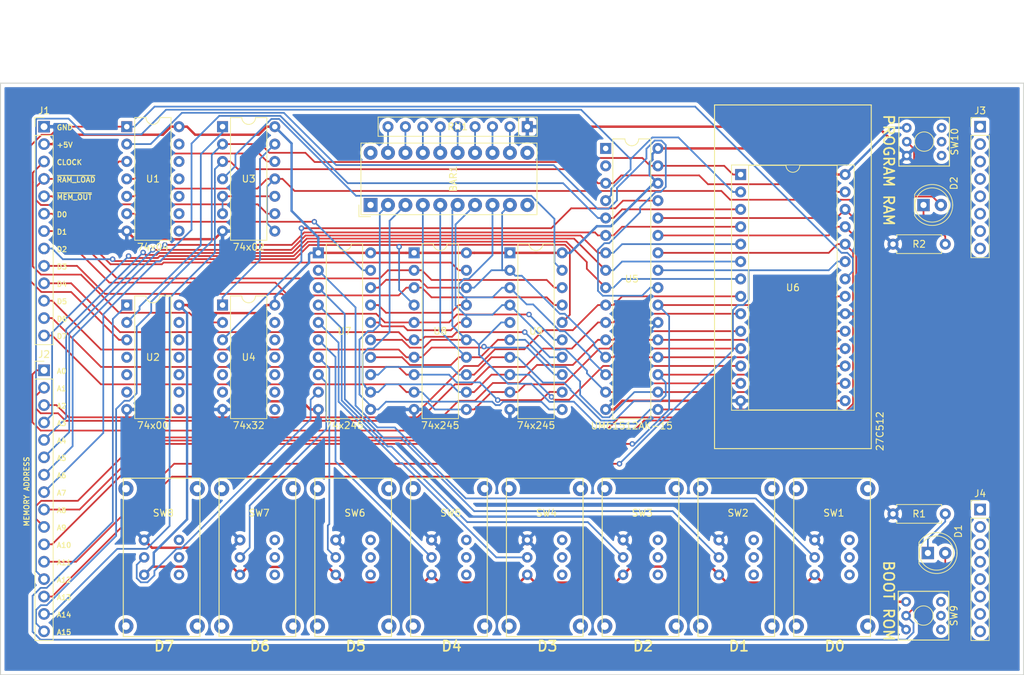
<source format=kicad_pcb>
(kicad_pcb (version 20171130) (host pcbnew "(5.1.2)-2")
  (layers (0 F.Cu signal) (31 B.Cu signal) (34 B.Paste user hide) (35 F.Paste user hide) (36 B.SilkS user) (37 F.SilkS user) (38 B.Mask user hide) (39 F.Mask user hide) (44 Edge.Cuts user))
  (net 0 "")
  (net 1 GND)
  (net 2 "Net-(D2-Pad1)")
  (net 3 "Net-(D1-Pad1)")
  (net 4 "Net-(BAR1-Pad12)")
  (net 5 "Net-(BAR1-Pad13)")
  (net 6 "Net-(BAR1-Pad14)")
  (net 7 "Net-(BAR1-Pad15)")
  (net 8 "Net-(BAR1-Pad16)")
  (net 9 "Net-(BAR1-Pad17)")
  (net 10 "Net-(BAR1-Pad18)")
  (net 11 "Net-(BAR1-Pad19)")
  (net 12 "Net-(BAR1-Pad6)")
  (net 13 "Net-(BAR1-Pad5)")
  (net 14 "Net-(J2-Pad15)")
  (net 15 "Net-(BAR1-Pad4)")
  (net 16 "Net-(J2-Pad13)")
  (net 17 "Net-(BAR1-Pad3)")
  (net 18 "Net-(J2-Pad8)")
  (net 19 "Net-(BAR1-Pad2)")
  (net 20 "Net-(J2-Pad7)")
  (net 21 "Net-(J2-Pad6)")
  (net 22 "Net-(J2-Pad11)")
  (net 23 "Net-(J2-Pad5)")
  (net 24 ~RAM_OE)
  (net 25 "Net-(J2-Pad4)")
  (net 26 "Net-(J2-Pad12)")
  (net 27 "Net-(J2-Pad3)")
  (net 28 "Net-(J2-Pad10)")
  (net 29 "Net-(J2-Pad2)")
  (net 30 "Net-(J2-Pad9)")
  (net 31 "Net-(J2-Pad1)")
  (net 32 "Net-(J2-Pad14)")
  (net 33 "Net-(BAR1-Pad9)")
  (net 34 ~RAM_WE)
  (net 35 "Net-(BAR1-Pad8)")
  (net 36 +5V)
  (net 37 "Net-(BAR1-Pad7)")
  (net 38 "Net-(J2-Pad16)")
  (net 39 DATA_BUS7)
  (net 40 DATA_BUS6)
  (net 41 DATA_BUS5)
  (net 42 DATA_BUS4)
  (net 43 DATA_BUS3)
  (net 44 DATA_BUS2)
  (net 45 DATA_BUS1)
  (net 46 DATA_BUS0)
  (net 47 ~DATA_OUT)
  (net 48 ~RAM_LOAD)
  (net 49 MANUAL_D0)
  (net 50 MANUAL_D1)
  (net 51 MANUAL_D2)
  (net 52 MANUAL_D3)
  (net 53 MANUAL_D4)
  (net 54 MANUAL_D5)
  (net 55 MANUAL_D6)
  (net 56 MANUAL_D7)
  (net 57 "Net-(U1-Pad6)")
  (net 58 "Net-(U3-Pad13)")
  (net 59 CLOCK)
  (net 60 "Net-(U3-Pad10)")
  (net 61 "Net-(U1-Pad4)")
  (net 62 PROGRAM_RAM)
  (net 63 ~MEM_OUT)
  (net 64 "Net-(U2-Pad2)")
  (net 65 BOOT_ROM)
  (net 66 ~ROM_OE)
  (net 67 "Net-(BAR1-Pad1)")
  (net 68 "Net-(BAR1-Pad11)")
  (net 69 "Net-(BAR1-Pad10)")
  (net 70 "Net-(BAR1-Pad20)")
  (net 71 "Net-(J3-Pad8)")
  (net 72 "Net-(J3-Pad7)")
  (net 73 "Net-(J3-Pad6)")
  (net 74 "Net-(J3-Pad5)")
  (net 75 "Net-(J3-Pad4)")
  (net 76 "Net-(J3-Pad3)")
  (net 77 "Net-(J3-Pad2)")
  (net 78 "Net-(J3-Pad1)")
  (net 79 "Net-(J4-Pad8)")
  (net 80 "Net-(J4-Pad7)")
  (net 81 "Net-(J4-Pad6)")
  (net 82 "Net-(J4-Pad5)")
  (net 83 "Net-(J4-Pad4)")
  (net 84 "Net-(J4-Pad3)")
  (net 85 "Net-(J4-Pad2)")
  (net 86 "Net-(J4-Pad1)")
  (module 74xx-Computer-Footprints:ZIF-28_Socket (layer F.Cu) (at 131.445 66.04)
    (fp_text reference U6 (at 7.62 16.51) (layer F.SilkS))
    (fp_text value 27C512 (at 20.32 37.465 90) (layer F.SilkS))
    (pad 28 thru_hole oval (at 15.24 0) (size 1.6 1.6) (drill 0.8) (layers *.Cu *.Mask) (net 36 +5V))
    (pad 14 thru_hole oval (at 0 33.02) (size 1.6 1.6) (drill 0.8) (layers *.Cu *.Mask) (net 1 GND))
    (pad 27 thru_hole oval (at 15.24 2.54) (size 1.6 1.6) (drill 0.8) (layers *.Cu *.Mask) (net 14 "Net-(J2-Pad15)"))
    (pad 13 thru_hole oval (at 0 30.48) (size 1.6 1.6) (drill 0.8) (layers *.Cu *.Mask) (net 37 "Net-(BAR1-Pad7)"))
    (pad 26 thru_hole oval (at 15.24 5.08) (size 1.6 1.6) (drill 0.8) (layers *.Cu *.Mask) (net 32 "Net-(J2-Pad14)"))
    (pad 12 thru_hole oval (at 0 27.94) (size 1.6 1.6) (drill 0.8) (layers *.Cu *.Mask) (net 35 "Net-(BAR1-Pad8)"))
    (pad 25 thru_hole oval (at 15.24 7.62) (size 1.6 1.6) (drill 0.8) (layers *.Cu *.Mask) (net 30 "Net-(J2-Pad9)"))
    (pad 11 thru_hole oval (at 0 25.4) (size 1.6 1.6) (drill 0.8) (layers *.Cu *.Mask) (net 33 "Net-(BAR1-Pad9)"))
    (pad 24 thru_hole oval (at 15.24 10.16) (size 1.6 1.6) (drill 0.8) (layers *.Cu *.Mask) (net 28 "Net-(J2-Pad10)"))
    (pad 10 thru_hole oval (at 0 22.86) (size 1.6 1.6) (drill 0.8) (layers *.Cu *.Mask) (net 31 "Net-(J2-Pad1)"))
    (pad 23 thru_hole oval (at 15.24 12.7) (size 1.6 1.6) (drill 0.8) (layers *.Cu *.Mask) (net 26 "Net-(J2-Pad12)"))
    (pad 9 thru_hole oval (at 0 20.32) (size 1.6 1.6) (drill 0.8) (layers *.Cu *.Mask) (net 29 "Net-(J2-Pad2)"))
    (pad 22 thru_hole oval (at 15.24 15.24) (size 1.6 1.6) (drill 0.8) (layers *.Cu *.Mask) (net 66 ~ROM_OE))
    (pad 8 thru_hole oval (at 0 17.78) (size 1.6 1.6) (drill 0.8) (layers *.Cu *.Mask) (net 27 "Net-(J2-Pad3)"))
    (pad 21 thru_hole oval (at 15.24 17.78) (size 1.6 1.6) (drill 0.8) (layers *.Cu *.Mask) (net 22 "Net-(J2-Pad11)"))
    (pad 7 thru_hole oval (at 0 15.24) (size 1.6 1.6) (drill 0.8) (layers *.Cu *.Mask) (net 25 "Net-(J2-Pad4)"))
    (pad 20 thru_hole oval (at 15.24 20.32) (size 1.6 1.6) (drill 0.8) (layers *.Cu *.Mask) (net 1 GND))
    (pad 6 thru_hole oval (at 0 12.7) (size 1.6 1.6) (drill 0.8) (layers *.Cu *.Mask) (net 23 "Net-(J2-Pad5)"))
    (pad 19 thru_hole oval (at 15.24 22.86) (size 1.6 1.6) (drill 0.8) (layers *.Cu *.Mask) (net 19 "Net-(BAR1-Pad2)"))
    (pad 5 thru_hole oval (at 0 10.16) (size 1.6 1.6) (drill 0.8) (layers *.Cu *.Mask) (net 21 "Net-(J2-Pad6)"))
    (pad 18 thru_hole oval (at 15.24 25.4) (size 1.6 1.6) (drill 0.8) (layers *.Cu *.Mask) (net 17 "Net-(BAR1-Pad3)"))
    (pad 4 thru_hole oval (at 0 7.62) (size 1.6 1.6) (drill 0.8) (layers *.Cu *.Mask) (net 20 "Net-(J2-Pad7)"))
    (pad 17 thru_hole oval (at 15.24 27.94) (size 1.6 1.6) (drill 0.8) (layers *.Cu *.Mask) (net 15 "Net-(BAR1-Pad4)"))
    (pad 3 thru_hole oval (at 0 5.08) (size 1.6 1.6) (drill 0.8) (layers *.Cu *.Mask) (net 18 "Net-(J2-Pad8)"))
    (pad 16 thru_hole oval (at 15.24 30.48) (size 1.6 1.6) (drill 0.8) (layers *.Cu *.Mask) (net 13 "Net-(BAR1-Pad5)"))
    (pad 2 thru_hole oval (at 0 2.54) (size 1.6 1.6) (drill 0.8) (layers *.Cu *.Mask) (net 16 "Net-(J2-Pad13)"))
    (pad 15 thru_hole oval (at 15.24 33.02) (size 1.6 1.6) (drill 0.8) (layers *.Cu *.Mask) (net 12 "Net-(BAR1-Pad6)"))
    (pad 1 thru_hole rect (at 0 0) (size 1.6 1.6) (drill 0.8) (layers *.Cu *.Mask) (net 38 "Net-(J2-Pad16)"))
  )
  (module Package_DIP:DIP-32_W7.62mm (layer F.Cu) (at 111.76 62.23)
    (fp_text reference U5 (at 3.81 19.05) (layer F.SilkS))
    (fp_text value UM61512AK-15 (at 3.81 40.49) (layer F.SilkS))
    (pad 1 thru_hole rect (at 0 0) (size 1.6 1.6) (drill 0.8) (layers *.Cu *.Mask))
    (pad 17 thru_hole oval (at 7.62 38.1) (size 1.6 1.6) (drill 0.8) (layers *.Cu *.Mask) (net 12 "Net-(BAR1-Pad6)"))
    (pad 2 thru_hole oval (at 0 2.54) (size 1.6 1.6) (drill 0.8) (layers *.Cu *.Mask))
    (pad 18 thru_hole oval (at 7.62 35.56) (size 1.6 1.6) (drill 0.8) (layers *.Cu *.Mask) (net 13 "Net-(BAR1-Pad5)"))
    (pad 3 thru_hole oval (at 0 5.08) (size 1.6 1.6) (drill 0.8) (layers *.Cu *.Mask) (net 14 "Net-(J2-Pad15)"))
    (pad 19 thru_hole oval (at 7.62 33.02) (size 1.6 1.6) (drill 0.8) (layers *.Cu *.Mask) (net 15 "Net-(BAR1-Pad4)"))
    (pad 4 thru_hole oval (at 0 7.62) (size 1.6 1.6) (drill 0.8) (layers *.Cu *.Mask) (net 16 "Net-(J2-Pad13)"))
    (pad 20 thru_hole oval (at 7.62 30.48) (size 1.6 1.6) (drill 0.8) (layers *.Cu *.Mask) (net 17 "Net-(BAR1-Pad3)"))
    (pad 5 thru_hole oval (at 0 10.16) (size 1.6 1.6) (drill 0.8) (layers *.Cu *.Mask) (net 18 "Net-(J2-Pad8)"))
    (pad 21 thru_hole oval (at 7.62 27.94) (size 1.6 1.6) (drill 0.8) (layers *.Cu *.Mask) (net 19 "Net-(BAR1-Pad2)"))
    (pad 6 thru_hole oval (at 0 12.7) (size 1.6 1.6) (drill 0.8) (layers *.Cu *.Mask) (net 20 "Net-(J2-Pad7)"))
    (pad 22 thru_hole oval (at 7.62 25.4) (size 1.6 1.6) (drill 0.8) (layers *.Cu *.Mask) (net 1 GND))
    (pad 7 thru_hole oval (at 0 15.24) (size 1.6 1.6) (drill 0.8) (layers *.Cu *.Mask) (net 21 "Net-(J2-Pad6)"))
    (pad 23 thru_hole oval (at 7.62 22.86) (size 1.6 1.6) (drill 0.8) (layers *.Cu *.Mask) (net 22 "Net-(J2-Pad11)"))
    (pad 8 thru_hole oval (at 0 17.78) (size 1.6 1.6) (drill 0.8) (layers *.Cu *.Mask) (net 23 "Net-(J2-Pad5)"))
    (pad 24 thru_hole oval (at 7.62 20.32) (size 1.6 1.6) (drill 0.8) (layers *.Cu *.Mask) (net 24 ~RAM_OE))
    (pad 9 thru_hole oval (at 0 20.32) (size 1.6 1.6) (drill 0.8) (layers *.Cu *.Mask) (net 25 "Net-(J2-Pad4)"))
    (pad 25 thru_hole oval (at 7.62 17.78) (size 1.6 1.6) (drill 0.8) (layers *.Cu *.Mask) (net 26 "Net-(J2-Pad12)"))
    (pad 10 thru_hole oval (at 0 22.86) (size 1.6 1.6) (drill 0.8) (layers *.Cu *.Mask) (net 27 "Net-(J2-Pad3)"))
    (pad 26 thru_hole oval (at 7.62 15.24) (size 1.6 1.6) (drill 0.8) (layers *.Cu *.Mask) (net 28 "Net-(J2-Pad10)"))
    (pad 11 thru_hole oval (at 0 25.4) (size 1.6 1.6) (drill 0.8) (layers *.Cu *.Mask) (net 29 "Net-(J2-Pad2)"))
    (pad 27 thru_hole oval (at 7.62 12.7) (size 1.6 1.6) (drill 0.8) (layers *.Cu *.Mask) (net 30 "Net-(J2-Pad9)"))
    (pad 12 thru_hole oval (at 0 27.94) (size 1.6 1.6) (drill 0.8) (layers *.Cu *.Mask) (net 31 "Net-(J2-Pad1)"))
    (pad 28 thru_hole oval (at 7.62 10.16) (size 1.6 1.6) (drill 0.8) (layers *.Cu *.Mask) (net 32 "Net-(J2-Pad14)"))
    (pad 13 thru_hole oval (at 0 30.48) (size 1.6 1.6) (drill 0.8) (layers *.Cu *.Mask) (net 33 "Net-(BAR1-Pad9)"))
    (pad 29 thru_hole oval (at 7.62 7.62) (size 1.6 1.6) (drill 0.8) (layers *.Cu *.Mask) (net 34 ~RAM_WE))
    (pad 14 thru_hole oval (at 0 33.02) (size 1.6 1.6) (drill 0.8) (layers *.Cu *.Mask) (net 35 "Net-(BAR1-Pad8)"))
    (pad 30 thru_hole oval (at 7.62 5.08) (size 1.6 1.6) (drill 0.8) (layers *.Cu *.Mask) (net 36 +5V))
    (pad 15 thru_hole oval (at 0 35.56) (size 1.6 1.6) (drill 0.8) (layers *.Cu *.Mask) (net 37 "Net-(BAR1-Pad7)"))
    (pad 31 thru_hole oval (at 7.62 2.54) (size 1.6 1.6) (drill 0.8) (layers *.Cu *.Mask) (net 38 "Net-(J2-Pad16)"))
    (pad 16 thru_hole oval (at 0 38.1) (size 1.6 1.6) (drill 0.8) (layers *.Cu *.Mask) (net 1 GND))
    (pad 32 thru_hole oval (at 7.62 0) (size 1.6 1.6) (drill 0.8) (layers *.Cu *.Mask) (net 36 +5V))
  )
  (module 74xx-Computer-Footprints:FlipSwitch (layer F.Cu) (at 102.87 121.92)
    (fp_text reference SW4 (at 0.254 -6.477) (layer F.SilkS))
    (fp_text value SW_DPDT_x2)
    (pad "" thru_hole circle (at -5.207 -10.033) (size 2.2 2.2) (drill 1.1) (layers *.Cu *.Mask))
    (pad "" thru_hole circle (at -5.207 10.033) (size 2.2 2.2) (drill 1.1) (layers *.Cu *.Mask))
    (pad "" thru_hole circle (at 5.207 10.033) (size 2.2 2.2) (drill 1.1) (layers *.Cu *.Mask))
    (pad "" thru_hole circle (at 5.207 -10.033) (size 2.2 2.2) (drill 1.1) (layers *.Cu *.Mask))
    (pad 1 thru_hole circle (at -2.54 -2.54) (size 1.6 1.6) (drill 0.8) (layers *.Cu *.Mask) (net 1 GND))
    (pad 2 thru_hole circle (at -2.54 0) (size 1.524 1.524) (drill 0.762) (layers *.Cu *.Mask) (net 52 MANUAL_D3))
    (pad 3 thru_hole circle (at -2.54 2.54) (size 1.524 1.524) (drill 0.762) (layers *.Cu *.Mask) (net 36 +5V))
    (pad 4 thru_hole circle (at 2.54 -2.54) (size 1.524 1.524) (drill 0.762) (layers *.Cu *.Mask))
    (pad 5 thru_hole circle (at 2.54 0) (size 1.524 1.524) (drill 0.762) (layers *.Cu *.Mask))
    (pad 6 thru_hole circle (at 2.54 2.54) (size 1.524 1.524) (drill 0.762) (layers *.Cu *.Mask))
  )
  (module Connector_PinHeader_2.54mm:PinHeader_1x08_P2.54mm_Vertical (layer F.Cu) (at 166.37 114.935)
    (fp_text reference J4 (at 0 -2.33) (layer F.SilkS))
    (fp_text value Conn_01x08_Male)
    (pad 8 thru_hole oval (at 0 17.78) (size 1.7 1.7) (drill 1) (layers *.Cu *.Mask) (net 79 "Net-(J4-Pad8)"))
    (pad 7 thru_hole oval (at 0 15.24) (size 1.7 1.7) (drill 1) (layers *.Cu *.Mask) (net 80 "Net-(J4-Pad7)"))
    (pad 6 thru_hole oval (at 0 12.7) (size 1.7 1.7) (drill 1) (layers *.Cu *.Mask) (net 81 "Net-(J4-Pad6)"))
    (pad 5 thru_hole oval (at 0 10.16) (size 1.7 1.7) (drill 1) (layers *.Cu *.Mask) (net 82 "Net-(J4-Pad5)"))
    (pad 4 thru_hole oval (at 0 7.62) (size 1.7 1.7) (drill 1) (layers *.Cu *.Mask) (net 83 "Net-(J4-Pad4)"))
    (pad 3 thru_hole oval (at 0 5.08) (size 1.7 1.7) (drill 1) (layers *.Cu *.Mask) (net 84 "Net-(J4-Pad3)"))
    (pad 2 thru_hole oval (at 0 2.54) (size 1.7 1.7) (drill 1) (layers *.Cu *.Mask) (net 85 "Net-(J4-Pad2)"))
    (pad 1 thru_hole rect (at 0 0) (size 1.7 1.7) (drill 1) (layers *.Cu *.Mask) (net 86 "Net-(J4-Pad1)"))
  )
  (module Connector_PinHeader_2.54mm:PinHeader_1x08_P2.54mm_Vertical (layer F.Cu) (at 166.37 59.055)
    (fp_text reference J3 (at 0 -2.33) (layer F.SilkS))
    (fp_text value Conn_01x08_Male)
    (pad 8 thru_hole oval (at 0 17.78) (size 1.7 1.7) (drill 1) (layers *.Cu *.Mask) (net 71 "Net-(J3-Pad8)"))
    (pad 7 thru_hole oval (at 0 15.24) (size 1.7 1.7) (drill 1) (layers *.Cu *.Mask) (net 72 "Net-(J3-Pad7)"))
    (pad 6 thru_hole oval (at 0 12.7) (size 1.7 1.7) (drill 1) (layers *.Cu *.Mask) (net 73 "Net-(J3-Pad6)"))
    (pad 5 thru_hole oval (at 0 10.16) (size 1.7 1.7) (drill 1) (layers *.Cu *.Mask) (net 74 "Net-(J3-Pad5)"))
    (pad 4 thru_hole oval (at 0 7.62) (size 1.7 1.7) (drill 1) (layers *.Cu *.Mask) (net 75 "Net-(J3-Pad4)"))
    (pad 3 thru_hole oval (at 0 5.08) (size 1.7 1.7) (drill 1) (layers *.Cu *.Mask) (net 76 "Net-(J3-Pad3)"))
    (pad 2 thru_hole oval (at 0 2.54) (size 1.7 1.7) (drill 1) (layers *.Cu *.Mask) (net 77 "Net-(J3-Pad2)"))
    (pad 1 thru_hole rect (at 0 0) (size 1.7 1.7) (drill 1) (layers *.Cu *.Mask) (net 78 "Net-(J3-Pad1)"))
  )
  (module 74xx-Computer-Footprints:FlipSwitch (layer F.Cu) (at 144.78 121.92)
    (fp_text reference SW1 (at 0.254 -6.477) (layer F.SilkS))
    (fp_text value SW_DPDT_x2)
    (pad 6 thru_hole circle (at 2.54 2.54) (size 1.524 1.524) (drill 0.762) (layers *.Cu *.Mask))
    (pad 5 thru_hole circle (at 2.54 0) (size 1.524 1.524) (drill 0.762) (layers *.Cu *.Mask))
    (pad 4 thru_hole circle (at 2.54 -2.54) (size 1.524 1.524) (drill 0.762) (layers *.Cu *.Mask))
    (pad 3 thru_hole circle (at -2.54 2.54) (size 1.524 1.524) (drill 0.762) (layers *.Cu *.Mask) (net 36 +5V))
    (pad 2 thru_hole circle (at -2.54 0) (size 1.524 1.524) (drill 0.762) (layers *.Cu *.Mask) (net 49 MANUAL_D0))
    (pad 1 thru_hole circle (at -2.54 -2.54) (size 1.6 1.6) (drill 0.8) (layers *.Cu *.Mask) (net 1 GND))
    (pad "" thru_hole circle (at 5.207 -10.033) (size 2.2 2.2) (drill 1.1) (layers *.Cu *.Mask))
    (pad "" thru_hole circle (at 5.207 10.033) (size 2.2 2.2) (drill 1.1) (layers *.Cu *.Mask))
    (pad "" thru_hole circle (at -5.207 10.033) (size 2.2 2.2) (drill 1.1) (layers *.Cu *.Mask))
    (pad "" thru_hole circle (at -5.207 -10.033) (size 2.2 2.2) (drill 1.1) (layers *.Cu *.Mask))
  )
  (module 74xx-Computer-Footprints:FlipSwitch (layer F.Cu) (at 130.81 121.92)
    (fp_text reference SW2 (at 0.254 -6.477) (layer F.SilkS))
    (fp_text value SW_DPDT_x2)
    (pad "" thru_hole circle (at -5.207 -10.033) (size 2.2 2.2) (drill 1.1) (layers *.Cu *.Mask))
    (pad "" thru_hole circle (at -5.207 10.033) (size 2.2 2.2) (drill 1.1) (layers *.Cu *.Mask))
    (pad "" thru_hole circle (at 5.207 10.033) (size 2.2 2.2) (drill 1.1) (layers *.Cu *.Mask))
    (pad "" thru_hole circle (at 5.207 -10.033) (size 2.2 2.2) (drill 1.1) (layers *.Cu *.Mask))
    (pad 1 thru_hole circle (at -2.54 -2.54) (size 1.6 1.6) (drill 0.8) (layers *.Cu *.Mask) (net 1 GND))
    (pad 2 thru_hole circle (at -2.54 0) (size 1.524 1.524) (drill 0.762) (layers *.Cu *.Mask) (net 50 MANUAL_D1))
    (pad 3 thru_hole circle (at -2.54 2.54) (size 1.524 1.524) (drill 0.762) (layers *.Cu *.Mask) (net 36 +5V))
    (pad 4 thru_hole circle (at 2.54 -2.54) (size 1.524 1.524) (drill 0.762) (layers *.Cu *.Mask))
    (pad 5 thru_hole circle (at 2.54 0) (size 1.524 1.524) (drill 0.762) (layers *.Cu *.Mask))
    (pad 6 thru_hole circle (at 2.54 2.54) (size 1.524 1.524) (drill 0.762) (layers *.Cu *.Mask))
  )
  (module 74xx-Computer-Footprints:FlipSwitch (layer F.Cu) (at 116.84 121.92)
    (fp_text reference SW3 (at 0.254 -6.477) (layer F.SilkS))
    (fp_text value SW_DPDT_x2)
    (pad 6 thru_hole circle (at 2.54 2.54) (size 1.524 1.524) (drill 0.762) (layers *.Cu *.Mask))
    (pad 5 thru_hole circle (at 2.54 0) (size 1.524 1.524) (drill 0.762) (layers *.Cu *.Mask))
    (pad 4 thru_hole circle (at 2.54 -2.54) (size 1.524 1.524) (drill 0.762) (layers *.Cu *.Mask))
    (pad 3 thru_hole circle (at -2.54 2.54) (size 1.524 1.524) (drill 0.762) (layers *.Cu *.Mask) (net 36 +5V))
    (pad 2 thru_hole circle (at -2.54 0) (size 1.524 1.524) (drill 0.762) (layers *.Cu *.Mask) (net 51 MANUAL_D2))
    (pad 1 thru_hole circle (at -2.54 -2.54) (size 1.6 1.6) (drill 0.8) (layers *.Cu *.Mask) (net 1 GND))
    (pad "" thru_hole circle (at 5.207 -10.033) (size 2.2 2.2) (drill 1.1) (layers *.Cu *.Mask))
    (pad "" thru_hole circle (at 5.207 10.033) (size 2.2 2.2) (drill 1.1) (layers *.Cu *.Mask))
    (pad "" thru_hole circle (at -5.207 10.033) (size 2.2 2.2) (drill 1.1) (layers *.Cu *.Mask))
    (pad "" thru_hole circle (at -5.207 -10.033) (size 2.2 2.2) (drill 1.1) (layers *.Cu *.Mask))
  )
  (module 74xx-Computer-Footprints:FlipSwitch (layer F.Cu) (at 46.99 121.92)
    (fp_text reference SW8 (at 0.254 -6.477) (layer F.SilkS))
    (fp_text value SW_DPDT_x2)
    (pad 6 thru_hole circle (at 2.54 2.54) (size 1.524 1.524) (drill 0.762) (layers *.Cu *.Mask))
    (pad 5 thru_hole circle (at 2.54 0) (size 1.524 1.524) (drill 0.762) (layers *.Cu *.Mask))
    (pad 4 thru_hole circle (at 2.54 -2.54) (size 1.524 1.524) (drill 0.762) (layers *.Cu *.Mask))
    (pad 3 thru_hole circle (at -2.54 2.54) (size 1.524 1.524) (drill 0.762) (layers *.Cu *.Mask) (net 36 +5V))
    (pad 2 thru_hole circle (at -2.54 0) (size 1.524 1.524) (drill 0.762) (layers *.Cu *.Mask) (net 56 MANUAL_D7))
    (pad 1 thru_hole circle (at -2.54 -2.54) (size 1.6 1.6) (drill 0.8) (layers *.Cu *.Mask) (net 1 GND))
    (pad "" thru_hole circle (at 5.207 -10.033) (size 2.2 2.2) (drill 1.1) (layers *.Cu *.Mask))
    (pad "" thru_hole circle (at 5.207 10.033) (size 2.2 2.2) (drill 1.1) (layers *.Cu *.Mask))
    (pad "" thru_hole circle (at -5.207 10.033) (size 2.2 2.2) (drill 1.1) (layers *.Cu *.Mask))
    (pad "" thru_hole circle (at -5.207 -10.033) (size 2.2 2.2) (drill 1.1) (layers *.Cu *.Mask))
  )
  (module 74xx-Computer-Footprints:FlipSwitch (layer F.Cu) (at 60.96 121.92)
    (fp_text reference SW7 (at 0.254 -6.477) (layer F.SilkS))
    (fp_text value SW_DPDT_x2)
    (pad "" thru_hole circle (at -5.207 -10.033) (size 2.2 2.2) (drill 1.1) (layers *.Cu *.Mask))
    (pad "" thru_hole circle (at -5.207 10.033) (size 2.2 2.2) (drill 1.1) (layers *.Cu *.Mask))
    (pad "" thru_hole circle (at 5.207 10.033) (size 2.2 2.2) (drill 1.1) (layers *.Cu *.Mask))
    (pad "" thru_hole circle (at 5.207 -10.033) (size 2.2 2.2) (drill 1.1) (layers *.Cu *.Mask))
    (pad 1 thru_hole circle (at -2.54 -2.54) (size 1.6 1.6) (drill 0.8) (layers *.Cu *.Mask) (net 1 GND))
    (pad 2 thru_hole circle (at -2.54 0) (size 1.524 1.524) (drill 0.762) (layers *.Cu *.Mask) (net 55 MANUAL_D6))
    (pad 3 thru_hole circle (at -2.54 2.54) (size 1.524 1.524) (drill 0.762) (layers *.Cu *.Mask) (net 36 +5V))
    (pad 4 thru_hole circle (at 2.54 -2.54) (size 1.524 1.524) (drill 0.762) (layers *.Cu *.Mask))
    (pad 5 thru_hole circle (at 2.54 0) (size 1.524 1.524) (drill 0.762) (layers *.Cu *.Mask))
    (pad 6 thru_hole circle (at 2.54 2.54) (size 1.524 1.524) (drill 0.762) (layers *.Cu *.Mask))
  )
  (module 74xx-Computer-Footprints:FlipSwitch (layer F.Cu) (at 74.93 121.92)
    (fp_text reference SW6 (at 0.254 -6.477) (layer F.SilkS))
    (fp_text value SW_DPDT_x2)
    (pad 6 thru_hole circle (at 2.54 2.54) (size 1.524 1.524) (drill 0.762) (layers *.Cu *.Mask))
    (pad 5 thru_hole circle (at 2.54 0) (size 1.524 1.524) (drill 0.762) (layers *.Cu *.Mask))
    (pad 4 thru_hole circle (at 2.54 -2.54) (size 1.524 1.524) (drill 0.762) (layers *.Cu *.Mask))
    (pad 3 thru_hole circle (at -2.54 2.54) (size 1.524 1.524) (drill 0.762) (layers *.Cu *.Mask) (net 36 +5V))
    (pad 2 thru_hole circle (at -2.54 0) (size 1.524 1.524) (drill 0.762) (layers *.Cu *.Mask) (net 54 MANUAL_D5))
    (pad 1 thru_hole circle (at -2.54 -2.54) (size 1.6 1.6) (drill 0.8) (layers *.Cu *.Mask) (net 1 GND))
    (pad "" thru_hole circle (at 5.207 -10.033) (size 2.2 2.2) (drill 1.1) (layers *.Cu *.Mask))
    (pad "" thru_hole circle (at 5.207 10.033) (size 2.2 2.2) (drill 1.1) (layers *.Cu *.Mask))
    (pad "" thru_hole circle (at -5.207 10.033) (size 2.2 2.2) (drill 1.1) (layers *.Cu *.Mask))
    (pad "" thru_hole circle (at -5.207 -10.033) (size 2.2 2.2) (drill 1.1) (layers *.Cu *.Mask))
  )
  (module 74xx-Computer-Footprints:FlipSwitch (layer F.Cu) (at 88.9 121.92)
    (fp_text reference SW5 (at 0.254 -6.477) (layer F.SilkS))
    (fp_text value SW_DPDT_x2)
    (pad "" thru_hole circle (at -5.207 -10.033) (size 2.2 2.2) (drill 1.1) (layers *.Cu *.Mask))
    (pad "" thru_hole circle (at -5.207 10.033) (size 2.2 2.2) (drill 1.1) (layers *.Cu *.Mask))
    (pad "" thru_hole circle (at 5.207 10.033) (size 2.2 2.2) (drill 1.1) (layers *.Cu *.Mask))
    (pad "" thru_hole circle (at 5.207 -10.033) (size 2.2 2.2) (drill 1.1) (layers *.Cu *.Mask))
    (pad 1 thru_hole circle (at -2.54 -2.54) (size 1.6 1.6) (drill 0.8) (layers *.Cu *.Mask) (net 1 GND))
    (pad 2 thru_hole circle (at -2.54 0) (size 1.524 1.524) (drill 0.762) (layers *.Cu *.Mask) (net 53 MANUAL_D4))
    (pad 3 thru_hole circle (at -2.54 2.54) (size 1.524 1.524) (drill 0.762) (layers *.Cu *.Mask) (net 36 +5V))
    (pad 4 thru_hole circle (at 2.54 -2.54) (size 1.524 1.524) (drill 0.762) (layers *.Cu *.Mask))
    (pad 5 thru_hole circle (at 2.54 0) (size 1.524 1.524) (drill 0.762) (layers *.Cu *.Mask))
    (pad 6 thru_hole circle (at 2.54 2.54) (size 1.524 1.524) (drill 0.762) (layers *.Cu *.Mask))
  )
  (module 74xx-Computer-Footprints:Switch (layer F.Cu) (at 158.211 61.247 270)
    (fp_text reference SW10 (at 0 -4.445 90) (layer F.SilkS))
    (fp_text value SW_DPDT_x2)
    (pad 2 thru_hole circle (at 0 2.54 270) (size 1.4 1.4) (drill 0.7) (layers *.Cu *.Mask) (net 62 PROGRAM_RAM))
    (pad 1 thru_hole circle (at 2.032 2.54 270) (size 1.4 1.4) (drill 0.7) (layers *.Cu *.Mask) (net 1 GND))
    (pad 3 thru_hole circle (at -2.032 2.54 270) (size 1.4 1.4) (drill 0.7) (layers *.Cu *.Mask) (net 36 +5V))
    (pad "" thru_hole circle (at -2.032 -2.54 270) (size 1.4 1.4) (drill 0.7) (layers *.Cu *.Mask))
    (pad "" thru_hole circle (at 0 -2.54 270) (size 1.4 1.4) (drill 0.7) (layers *.Cu *.Mask))
    (pad "" thru_hole circle (at 2.032 -2.54 270) (size 1.4 1.4) (drill 0.7) (layers *.Cu *.Mask))
  )
  (module 74xx-Computer-Footprints:Switch (layer F.Cu) (at 158.115 130.429 270)
    (fp_text reference SW9 (at 0 -4.445 90) (layer F.SilkS))
    (fp_text value SW_DPDT_x2)
    (pad "" thru_hole circle (at 2.032 -2.54 270) (size 1.4 1.4) (drill 0.7) (layers *.Cu *.Mask))
    (pad "" thru_hole circle (at 0 -2.54 270) (size 1.4 1.4) (drill 0.7) (layers *.Cu *.Mask))
    (pad "" thru_hole circle (at -2.032 -2.54 270) (size 1.4 1.4) (drill 0.7) (layers *.Cu *.Mask))
    (pad 3 thru_hole circle (at -2.032 2.54 270) (size 1.4 1.4) (drill 0.7) (layers *.Cu *.Mask) (net 36 +5V))
    (pad 1 thru_hole circle (at 2.032 2.54 270) (size 1.4 1.4) (drill 0.7) (layers *.Cu *.Mask) (net 1 GND))
    (pad 2 thru_hole circle (at 0 2.54 270) (size 1.4 1.4) (drill 0.7) (layers *.Cu *.Mask) (net 65 BOOT_ROM))
  )
  (module Connector_PinHeader_2.54mm:PinHeader_1x13_P2.54mm_Vertical (layer F.Cu) (at 29.845 59.055)
    (fp_text reference J1 (at 0 -2.33) (layer F.SilkS))
    (fp_text value Conn_01x13_Male)
    (pad 1 thru_hole rect (at 0 0) (size 1.7 1.7) (drill 1) (layers *.Cu *.Mask) (net 1 GND))
    (pad 2 thru_hole oval (at 0 2.54) (size 1.7 1.7) (drill 1) (layers *.Cu *.Mask) (net 36 +5V))
    (pad 3 thru_hole oval (at 0 5.08) (size 1.7 1.7) (drill 1) (layers *.Cu *.Mask) (net 59 CLOCK))
    (pad 4 thru_hole oval (at 0 7.62) (size 1.7 1.7) (drill 1) (layers *.Cu *.Mask) (net 48 ~RAM_LOAD))
    (pad 5 thru_hole oval (at 0 10.16) (size 1.7 1.7) (drill 1) (layers *.Cu *.Mask) (net 63 ~MEM_OUT))
    (pad 6 thru_hole oval (at 0 12.7) (size 1.7 1.7) (drill 1) (layers *.Cu *.Mask) (net 46 DATA_BUS0))
    (pad 7 thru_hole oval (at 0 15.24) (size 1.7 1.7) (drill 1) (layers *.Cu *.Mask) (net 45 DATA_BUS1))
    (pad 8 thru_hole oval (at 0 17.78) (size 1.7 1.7) (drill 1) (layers *.Cu *.Mask) (net 44 DATA_BUS2))
    (pad 9 thru_hole oval (at 0 20.32) (size 1.7 1.7) (drill 1) (layers *.Cu *.Mask) (net 43 DATA_BUS3))
    (pad 10 thru_hole oval (at 0 22.86) (size 1.7 1.7) (drill 1) (layers *.Cu *.Mask) (net 42 DATA_BUS4))
    (pad 11 thru_hole oval (at 0 25.4) (size 1.7 1.7) (drill 1) (layers *.Cu *.Mask) (net 41 DATA_BUS5))
    (pad 12 thru_hole oval (at 0 27.94) (size 1.7 1.7) (drill 1) (layers *.Cu *.Mask) (net 40 DATA_BUS6))
    (pad 13 thru_hole oval (at 0 30.48) (size 1.7 1.7) (drill 1) (layers *.Cu *.Mask) (net 39 DATA_BUS7))
  )
  (module Connector_PinHeader_2.54mm:PinHeader_1x16_P2.54mm_Vertical (layer F.Cu) (at 29.845 94.615)
    (fp_text reference J2 (at 0 -2.33) (layer F.SilkS))
    (fp_text value Conn_01x16_Male)
    (pad 1 thru_hole rect (at 0 0) (size 1.7 1.7) (drill 1) (layers *.Cu *.Mask) (net 31 "Net-(J2-Pad1)"))
    (pad 2 thru_hole oval (at 0 2.54) (size 1.7 1.7) (drill 1) (layers *.Cu *.Mask) (net 29 "Net-(J2-Pad2)"))
    (pad 3 thru_hole oval (at 0 5.08) (size 1.7 1.7) (drill 1) (layers *.Cu *.Mask) (net 27 "Net-(J2-Pad3)"))
    (pad 4 thru_hole oval (at 0 7.62) (size 1.7 1.7) (drill 1) (layers *.Cu *.Mask) (net 25 "Net-(J2-Pad4)"))
    (pad 5 thru_hole oval (at 0 10.16) (size 1.7 1.7) (drill 1) (layers *.Cu *.Mask) (net 23 "Net-(J2-Pad5)"))
    (pad 6 thru_hole oval (at 0 12.7) (size 1.7 1.7) (drill 1) (layers *.Cu *.Mask) (net 21 "Net-(J2-Pad6)"))
    (pad 7 thru_hole oval (at 0 15.24) (size 1.7 1.7) (drill 1) (layers *.Cu *.Mask) (net 20 "Net-(J2-Pad7)"))
    (pad 8 thru_hole oval (at 0 17.78) (size 1.7 1.7) (drill 1) (layers *.Cu *.Mask) (net 18 "Net-(J2-Pad8)"))
    (pad 9 thru_hole oval (at 0 20.32) (size 1.7 1.7) (drill 1) (layers *.Cu *.Mask) (net 30 "Net-(J2-Pad9)"))
    (pad 10 thru_hole oval (at 0 22.86) (size 1.7 1.7) (drill 1) (layers *.Cu *.Mask) (net 28 "Net-(J2-Pad10)"))
    (pad 11 thru_hole oval (at 0 25.4) (size 1.7 1.7) (drill 1) (layers *.Cu *.Mask) (net 22 "Net-(J2-Pad11)"))
    (pad 12 thru_hole oval (at 0 27.94) (size 1.7 1.7) (drill 1) (layers *.Cu *.Mask) (net 26 "Net-(J2-Pad12)"))
    (pad 13 thru_hole oval (at 0 30.48) (size 1.7 1.7) (drill 1) (layers *.Cu *.Mask) (net 16 "Net-(J2-Pad13)"))
    (pad 14 thru_hole oval (at 0 33.02) (size 1.7 1.7) (drill 1) (layers *.Cu *.Mask) (net 32 "Net-(J2-Pad14)"))
    (pad 15 thru_hole oval (at 0 35.56) (size 1.7 1.7) (drill 1) (layers *.Cu *.Mask) (net 14 "Net-(J2-Pad15)"))
    (pad 16 thru_hole oval (at 0 38.1) (size 1.7 1.7) (drill 1) (layers *.Cu *.Mask) (net 38 "Net-(J2-Pad16)"))
  )
  (module Display:HDSP-4830 (layer F.Cu) (at 77.47 70.485 90)
    (fp_text reference BAR1 (at 3.81 12.065 90) (layer F.SilkS))
    (fp_text value HDSP-4830_2)
    (pad 1 thru_hole rect (at 0 0) (size 2.032 2.032) (drill 0.9144) (layers *.Cu *.Mask) (net 67 "Net-(BAR1-Pad1)"))
    (pad 2 thru_hole circle (at 0 2.54) (size 2.032 2.032) (drill 0.9144) (layers *.Cu *.Mask) (net 19 "Net-(BAR1-Pad2)"))
    (pad 3 thru_hole circle (at 0 5.08) (size 2.032 2.032) (drill 0.9144) (layers *.Cu *.Mask) (net 17 "Net-(BAR1-Pad3)"))
    (pad 4 thru_hole circle (at 0 7.62) (size 2.032 2.032) (drill 0.9144) (layers *.Cu *.Mask) (net 15 "Net-(BAR1-Pad4)"))
    (pad 13 thru_hole circle (at 7.62 17.78) (size 2.032 2.032) (drill 0.9144) (layers *.Cu *.Mask) (net 5 "Net-(BAR1-Pad13)"))
    (pad 14 thru_hole circle (at 7.62 15.24) (size 2.032 2.032) (drill 0.9144) (layers *.Cu *.Mask) (net 6 "Net-(BAR1-Pad14)"))
    (pad 15 thru_hole circle (at 7.62 12.7) (size 2.032 2.032) (drill 0.9144) (layers *.Cu *.Mask) (net 7 "Net-(BAR1-Pad15)"))
    (pad 16 thru_hole circle (at 7.62 10.16) (size 2.032 2.032) (drill 0.9144) (layers *.Cu *.Mask) (net 8 "Net-(BAR1-Pad16)"))
    (pad 5 thru_hole circle (at 0 10.16) (size 2.032 2.032) (drill 0.9144) (layers *.Cu *.Mask) (net 13 "Net-(BAR1-Pad5)"))
    (pad 6 thru_hole circle (at 0 12.7) (size 2.032 2.032) (drill 0.9144) (layers *.Cu *.Mask) (net 12 "Net-(BAR1-Pad6)"))
    (pad 7 thru_hole circle (at 0 15.24) (size 2.032 2.032) (drill 0.9144) (layers *.Cu *.Mask) (net 37 "Net-(BAR1-Pad7)"))
    (pad 8 thru_hole circle (at 0 17.78) (size 2.032 2.032) (drill 0.9144) (layers *.Cu *.Mask) (net 35 "Net-(BAR1-Pad8)"))
    (pad 12 thru_hole circle (at 7.62 20.32) (size 2.032 2.032) (drill 0.9144) (layers *.Cu *.Mask) (net 4 "Net-(BAR1-Pad12)"))
    (pad 11 thru_hole circle (at 7.62 22.86) (size 2.032 2.032) (drill 0.9144) (layers *.Cu *.Mask) (net 68 "Net-(BAR1-Pad11)"))
    (pad 10 thru_hole circle (at 0 22.86) (size 2.032 2.032) (drill 0.9144) (layers *.Cu *.Mask) (net 69 "Net-(BAR1-Pad10)"))
    (pad 9 thru_hole circle (at 0 20.32) (size 2.032 2.032) (drill 0.9144) (layers *.Cu *.Mask) (net 33 "Net-(BAR1-Pad9)"))
    (pad 17 thru_hole circle (at 7.62 7.62) (size 2.032 2.032) (drill 0.9144) (layers *.Cu *.Mask) (net 9 "Net-(BAR1-Pad17)"))
    (pad 18 thru_hole circle (at 7.62 5.08) (size 2.032 2.032) (drill 0.9144) (layers *.Cu *.Mask) (net 10 "Net-(BAR1-Pad18)"))
    (pad 19 thru_hole circle (at 7.62 2.54) (size 2.032 2.032) (drill 0.9144) (layers *.Cu *.Mask) (net 11 "Net-(BAR1-Pad19)"))
    (pad 20 thru_hole circle (at 7.62 0) (size 2.032 2.032) (drill 0.9144) (layers *.Cu *.Mask) (net 70 "Net-(BAR1-Pad20)"))
  )
  (module LED_THT:LED_D5.0mm (layer F.Cu) (at 158.115 70.485)
    (fp_text reference D2 (at 4.445 -3.175 270) (layer F.SilkS))
    (fp_text value LED)
    (pad 2 thru_hole circle (at 2.54 0) (size 1.8 1.8) (drill 0.9) (layers *.Cu *.Mask) (net 62 PROGRAM_RAM))
    (pad 1 thru_hole rect (at 0 0) (size 1.8 1.8) (drill 0.9) (layers *.Cu *.Mask) (net 2 "Net-(D2-Pad1)"))
  )
  (module LED_THT:LED_D5.0mm (layer F.Cu) (at 158.75 121.285)
    (fp_text reference D1 (at 4.445 -3.175 270) (layer F.SilkS))
    (fp_text value LED)
    (pad 1 thru_hole rect (at 0 0) (size 1.8 1.8) (drill 0.9) (layers *.Cu *.Mask) (net 3 "Net-(D1-Pad1)"))
    (pad 2 thru_hole circle (at 2.54 0) (size 1.8 1.8) (drill 0.9) (layers *.Cu *.Mask) (net 65 BOOT_ROM))
  )
  (module Package_DIP:DIP-14_W7.62mm (layer F.Cu) (at 41.91 59.055)
    (fp_text reference U1 (at 3.81 7.62) (layer F.SilkS))
    (fp_text value 74x04 (at 3.81 17.57) (layer F.SilkS))
    (pad 14 thru_hole oval (at 7.62 0) (size 1.6 1.6) (drill 0.8) (layers *.Cu *.Mask) (net 36 +5V))
    (pad 7 thru_hole oval (at 0 15.24) (size 1.6 1.6) (drill 0.8) (layers *.Cu *.Mask) (net 1 GND))
    (pad 13 thru_hole oval (at 7.62 2.54) (size 1.6 1.6) (drill 0.8) (layers *.Cu *.Mask))
    (pad 6 thru_hole oval (at 0 12.7) (size 1.6 1.6) (drill 0.8) (layers *.Cu *.Mask) (net 57 "Net-(U1-Pad6)"))
    (pad 12 thru_hole oval (at 7.62 5.08) (size 1.6 1.6) (drill 0.8) (layers *.Cu *.Mask))
    (pad 5 thru_hole oval (at 0 10.16) (size 1.6 1.6) (drill 0.8) (layers *.Cu *.Mask) (net 62 PROGRAM_RAM))
    (pad 11 thru_hole oval (at 7.62 7.62) (size 1.6 1.6) (drill 0.8) (layers *.Cu *.Mask))
    (pad 4 thru_hole oval (at 0 7.62) (size 1.6 1.6) (drill 0.8) (layers *.Cu *.Mask) (net 61 "Net-(U1-Pad4)"))
    (pad 10 thru_hole oval (at 7.62 10.16) (size 1.6 1.6) (drill 0.8) (layers *.Cu *.Mask))
    (pad 3 thru_hole oval (at 0 5.08) (size 1.6 1.6) (drill 0.8) (layers *.Cu *.Mask) (net 48 ~RAM_LOAD))
    (pad 9 thru_hole oval (at 7.62 12.7) (size 1.6 1.6) (drill 0.8) (layers *.Cu *.Mask))
    (pad 2 thru_hole oval (at 0 2.54) (size 1.6 1.6) (drill 0.8) (layers *.Cu *.Mask) (net 24 ~RAM_OE))
    (pad 8 thru_hole oval (at 7.62 15.24) (size 1.6 1.6) (drill 0.8) (layers *.Cu *.Mask))
    (pad 1 thru_hole rect (at 0 0) (size 1.6 1.6) (drill 0.8) (layers *.Cu *.Mask) (net 66 ~ROM_OE))
  )
  (module Package_DIP:DIP-14_W7.62mm (layer F.Cu) (at 41.91 85.09)
    (fp_text reference U2 (at 3.81 7.62) (layer F.SilkS))
    (fp_text value 74x00 (at 3.81 17.57) (layer F.SilkS))
    (pad 1 thru_hole rect (at 0 0) (size 1.6 1.6) (drill 0.8) (layers *.Cu *.Mask) (net 65 BOOT_ROM))
    (pad 8 thru_hole oval (at 7.62 15.24) (size 1.6 1.6) (drill 0.8) (layers *.Cu *.Mask))
    (pad 2 thru_hole oval (at 0 2.54) (size 1.6 1.6) (drill 0.8) (layers *.Cu *.Mask) (net 64 "Net-(U2-Pad2)"))
    (pad 9 thru_hole oval (at 7.62 12.7) (size 1.6 1.6) (drill 0.8) (layers *.Cu *.Mask))
    (pad 3 thru_hole oval (at 0 5.08) (size 1.6 1.6) (drill 0.8) (layers *.Cu *.Mask) (net 66 ~ROM_OE))
    (pad 10 thru_hole oval (at 7.62 10.16) (size 1.6 1.6) (drill 0.8) (layers *.Cu *.Mask))
    (pad 4 thru_hole oval (at 0 7.62) (size 1.6 1.6) (drill 0.8) (layers *.Cu *.Mask))
    (pad 11 thru_hole oval (at 7.62 7.62) (size 1.6 1.6) (drill 0.8) (layers *.Cu *.Mask))
    (pad 5 thru_hole oval (at 0 10.16) (size 1.6 1.6) (drill 0.8) (layers *.Cu *.Mask))
    (pad 12 thru_hole oval (at 7.62 5.08) (size 1.6 1.6) (drill 0.8) (layers *.Cu *.Mask))
    (pad 6 thru_hole oval (at 0 12.7) (size 1.6 1.6) (drill 0.8) (layers *.Cu *.Mask))
    (pad 13 thru_hole oval (at 7.62 2.54) (size 1.6 1.6) (drill 0.8) (layers *.Cu *.Mask))
    (pad 7 thru_hole oval (at 0 15.24) (size 1.6 1.6) (drill 0.8) (layers *.Cu *.Mask) (net 1 GND))
    (pad 14 thru_hole oval (at 7.62 0) (size 1.6 1.6) (drill 0.8) (layers *.Cu *.Mask) (net 36 +5V))
  )
  (module Package_DIP:DIP-14_W7.62mm (layer F.Cu) (at 55.88 59.055)
    (fp_text reference U3 (at 3.81 7.62) (layer F.SilkS))
    (fp_text value 74x02 (at 3.81 17.57) (layer F.SilkS))
    (pad 14 thru_hole oval (at 7.62 0) (size 1.6 1.6) (drill 0.8) (layers *.Cu *.Mask) (net 36 +5V))
    (pad 7 thru_hole oval (at 0 15.24) (size 1.6 1.6) (drill 0.8) (layers *.Cu *.Mask) (net 1 GND))
    (pad 13 thru_hole oval (at 7.62 2.54) (size 1.6 1.6) (drill 0.8) (layers *.Cu *.Mask) (net 58 "Net-(U3-Pad13)"))
    (pad 6 thru_hole oval (at 0 12.7) (size 1.6 1.6) (drill 0.8) (layers *.Cu *.Mask) (net 60 "Net-(U3-Pad10)"))
    (pad 12 thru_hole oval (at 7.62 5.08) (size 1.6 1.6) (drill 0.8) (layers *.Cu *.Mask) (net 61 "Net-(U1-Pad4)"))
    (pad 5 thru_hole oval (at 0 10.16) (size 1.6 1.6) (drill 0.8) (layers *.Cu *.Mask) (net 60 "Net-(U3-Pad10)"))
    (pad 11 thru_hole oval (at 7.62 7.62) (size 1.6 1.6) (drill 0.8) (layers *.Cu *.Mask) (net 62 PROGRAM_RAM))
    (pad 4 thru_hole oval (at 0 7.62) (size 1.6 1.6) (drill 0.8) (layers *.Cu *.Mask) (net 47 ~DATA_OUT))
    (pad 10 thru_hole oval (at 7.62 10.16) (size 1.6 1.6) (drill 0.8) (layers *.Cu *.Mask) (net 60 "Net-(U3-Pad10)"))
    (pad 3 thru_hole oval (at 0 5.08) (size 1.6 1.6) (drill 0.8) (layers *.Cu *.Mask) (net 14 "Net-(J2-Pad15)"))
    (pad 9 thru_hole oval (at 7.62 12.7) (size 1.6 1.6) (drill 0.8) (layers *.Cu *.Mask) (net 63 ~MEM_OUT))
    (pad 2 thru_hole oval (at 0 2.54) (size 1.6 1.6) (drill 0.8) (layers *.Cu *.Mask) (net 38 "Net-(J2-Pad16)"))
    (pad 8 thru_hole oval (at 7.62 15.24) (size 1.6 1.6) (drill 0.8) (layers *.Cu *.Mask) (net 62 PROGRAM_RAM))
    (pad 1 thru_hole rect (at 0 0) (size 1.6 1.6) (drill 0.8) (layers *.Cu *.Mask) (net 64 "Net-(U2-Pad2)"))
  )
  (module Package_DIP:DIP-14_W7.62mm (layer F.Cu) (at 55.88 85.09)
    (fp_text reference U4 (at 3.81 7.62) (layer F.SilkS))
    (fp_text value 74x32 (at 3.81 17.57) (layer F.SilkS))
    (pad 1 thru_hole rect (at 0 0) (size 1.6 1.6) (drill 0.8) (layers *.Cu *.Mask) (net 58 "Net-(U3-Pad13)"))
    (pad 8 thru_hole oval (at 7.62 15.24) (size 1.6 1.6) (drill 0.8) (layers *.Cu *.Mask))
    (pad 2 thru_hole oval (at 0 2.54) (size 1.6 1.6) (drill 0.8) (layers *.Cu *.Mask) (net 59 CLOCK))
    (pad 9 thru_hole oval (at 7.62 12.7) (size 1.6 1.6) (drill 0.8) (layers *.Cu *.Mask))
    (pad 3 thru_hole oval (at 0 5.08) (size 1.6 1.6) (drill 0.8) (layers *.Cu *.Mask) (net 34 ~RAM_WE))
    (pad 10 thru_hole oval (at 7.62 10.16) (size 1.6 1.6) (drill 0.8) (layers *.Cu *.Mask))
    (pad 4 thru_hole oval (at 0 7.62) (size 1.6 1.6) (drill 0.8) (layers *.Cu *.Mask))
    (pad 11 thru_hole oval (at 7.62 7.62) (size 1.6 1.6) (drill 0.8) (layers *.Cu *.Mask))
    (pad 5 thru_hole oval (at 0 10.16) (size 1.6 1.6) (drill 0.8) (layers *.Cu *.Mask))
    (pad 12 thru_hole oval (at 7.62 5.08) (size 1.6 1.6) (drill 0.8) (layers *.Cu *.Mask))
    (pad 6 thru_hole oval (at 0 12.7) (size 1.6 1.6) (drill 0.8) (layers *.Cu *.Mask))
    (pad 13 thru_hole oval (at 7.62 2.54) (size 1.6 1.6) (drill 0.8) (layers *.Cu *.Mask))
    (pad 7 thru_hole oval (at 0 15.24) (size 1.6 1.6) (drill 0.8) (layers *.Cu *.Mask) (net 1 GND))
    (pad 14 thru_hole oval (at 7.62 0) (size 1.6 1.6) (drill 0.8) (layers *.Cu *.Mask) (net 36 +5V))
  )
  (module Package_DIP:DIP-20_W7.62mm (layer F.Cu) (at 69.85 77.47)
    (fp_text reference U7 (at 3.81 11.43) (layer F.SilkS))
    (fp_text value 74x245 (at 3.81 25.19) (layer F.SilkS))
    (pad 1 thru_hole rect (at 0 0) (size 1.6 1.6) (drill 0.8) (layers *.Cu *.Mask) (net 36 +5V))
    (pad 11 thru_hole oval (at 7.62 22.86) (size 1.6 1.6) (drill 0.8) (layers *.Cu *.Mask) (net 19 "Net-(BAR1-Pad2)"))
    (pad 2 thru_hole oval (at 0 2.54) (size 1.6 1.6) (drill 0.8) (layers *.Cu *.Mask) (net 49 MANUAL_D0))
    (pad 12 thru_hole oval (at 7.62 20.32) (size 1.6 1.6) (drill 0.8) (layers *.Cu *.Mask) (net 17 "Net-(BAR1-Pad3)"))
    (pad 3 thru_hole oval (at 0 5.08) (size 1.6 1.6) (drill 0.8) (layers *.Cu *.Mask) (net 50 MANUAL_D1))
    (pad 13 thru_hole oval (at 7.62 17.78) (size 1.6 1.6) (drill 0.8) (layers *.Cu *.Mask) (net 15 "Net-(BAR1-Pad4)"))
    (pad 4 thru_hole oval (at 0 7.62) (size 1.6 1.6) (drill 0.8) (layers *.Cu *.Mask) (net 51 MANUAL_D2))
    (pad 14 thru_hole oval (at 7.62 15.24) (size 1.6 1.6) (drill 0.8) (layers *.Cu *.Mask) (net 13 "Net-(BAR1-Pad5)"))
    (pad 5 thru_hole oval (at 0 10.16) (size 1.6 1.6) (drill 0.8) (layers *.Cu *.Mask) (net 52 MANUAL_D3))
    (pad 15 thru_hole oval (at 7.62 12.7) (size 1.6 1.6) (drill 0.8) (layers *.Cu *.Mask) (net 12 "Net-(BAR1-Pad6)"))
    (pad 6 thru_hole oval (at 0 12.7) (size 1.6 1.6) (drill 0.8) (layers *.Cu *.Mask) (net 53 MANUAL_D4))
    (pad 16 thru_hole oval (at 7.62 10.16) (size 1.6 1.6) (drill 0.8) (layers *.Cu *.Mask) (net 37 "Net-(BAR1-Pad7)"))
    (pad 7 thru_hole oval (at 0 15.24) (size 1.6 1.6) (drill 0.8) (layers *.Cu *.Mask) (net 54 MANUAL_D5))
    (pad 17 thru_hole oval (at 7.62 7.62) (size 1.6 1.6) (drill 0.8) (layers *.Cu *.Mask) (net 35 "Net-(BAR1-Pad8)"))
    (pad 8 thru_hole oval (at 0 17.78) (size 1.6 1.6) (drill 0.8) (layers *.Cu *.Mask) (net 55 MANUAL_D6))
    (pad 18 thru_hole oval (at 7.62 5.08) (size 1.6 1.6) (drill 0.8) (layers *.Cu *.Mask) (net 33 "Net-(BAR1-Pad9)"))
    (pad 9 thru_hole oval (at 0 20.32) (size 1.6 1.6) (drill 0.8) (layers *.Cu *.Mask) (net 56 MANUAL_D7))
    (pad 19 thru_hole oval (at 7.62 2.54) (size 1.6 1.6) (drill 0.8) (layers *.Cu *.Mask) (net 57 "Net-(U1-Pad6)"))
    (pad 10 thru_hole oval (at 0 22.86) (size 1.6 1.6) (drill 0.8) (layers *.Cu *.Mask) (net 1 GND))
    (pad 20 thru_hole oval (at 7.62 0) (size 1.6 1.6) (drill 0.8) (layers *.Cu *.Mask) (net 36 +5V))
  )
  (module Package_DIP:DIP-20_W7.62mm (layer F.Cu) (at 83.82 77.47)
    (fp_text reference U8 (at 3.81 11.43) (layer F.SilkS))
    (fp_text value 74x245 (at 3.81 25.19) (layer F.SilkS))
    (pad 20 thru_hole oval (at 7.62 0) (size 1.6 1.6) (drill 0.8) (layers *.Cu *.Mask) (net 36 +5V))
    (pad 10 thru_hole oval (at 0 22.86) (size 1.6 1.6) (drill 0.8) (layers *.Cu *.Mask) (net 1 GND))
    (pad 19 thru_hole oval (at 7.62 2.54) (size 1.6 1.6) (drill 0.8) (layers *.Cu *.Mask) (net 48 ~RAM_LOAD))
    (pad 9 thru_hole oval (at 0 20.32) (size 1.6 1.6) (drill 0.8) (layers *.Cu *.Mask) (net 39 DATA_BUS7))
    (pad 18 thru_hole oval (at 7.62 5.08) (size 1.6 1.6) (drill 0.8) (layers *.Cu *.Mask) (net 33 "Net-(BAR1-Pad9)"))
    (pad 8 thru_hole oval (at 0 17.78) (size 1.6 1.6) (drill 0.8) (layers *.Cu *.Mask) (net 40 DATA_BUS6))
    (pad 17 thru_hole oval (at 7.62 7.62) (size 1.6 1.6) (drill 0.8) (layers *.Cu *.Mask) (net 35 "Net-(BAR1-Pad8)"))
    (pad 7 thru_hole oval (at 0 15.24) (size 1.6 1.6) (drill 0.8) (layers *.Cu *.Mask) (net 41 DATA_BUS5))
    (pad 16 thru_hole oval (at 7.62 10.16) (size 1.6 1.6) (drill 0.8) (layers *.Cu *.Mask) (net 37 "Net-(BAR1-Pad7)"))
    (pad 6 thru_hole oval (at 0 12.7) (size 1.6 1.6) (drill 0.8) (layers *.Cu *.Mask) (net 42 DATA_BUS4))
    (pad 15 thru_hole oval (at 7.62 12.7) (size 1.6 1.6) (drill 0.8) (layers *.Cu *.Mask) (net 12 "Net-(BAR1-Pad6)"))
    (pad 5 thru_hole oval (at 0 10.16) (size 1.6 1.6) (drill 0.8) (layers *.Cu *.Mask) (net 43 DATA_BUS3))
    (pad 14 thru_hole oval (at 7.62 15.24) (size 1.6 1.6) (drill 0.8) (layers *.Cu *.Mask) (net 13 "Net-(BAR1-Pad5)"))
    (pad 4 thru_hole oval (at 0 7.62) (size 1.6 1.6) (drill 0.8) (layers *.Cu *.Mask) (net 44 DATA_BUS2))
    (pad 13 thru_hole oval (at 7.62 17.78) (size 1.6 1.6) (drill 0.8) (layers *.Cu *.Mask) (net 15 "Net-(BAR1-Pad4)"))
    (pad 3 thru_hole oval (at 0 5.08) (size 1.6 1.6) (drill 0.8) (layers *.Cu *.Mask) (net 45 DATA_BUS1))
    (pad 12 thru_hole oval (at 7.62 20.32) (size 1.6 1.6) (drill 0.8) (layers *.Cu *.Mask) (net 17 "Net-(BAR1-Pad3)"))
    (pad 2 thru_hole oval (at 0 2.54) (size 1.6 1.6) (drill 0.8) (layers *.Cu *.Mask) (net 46 DATA_BUS0))
    (pad 11 thru_hole oval (at 7.62 22.86) (size 1.6 1.6) (drill 0.8) (layers *.Cu *.Mask) (net 19 "Net-(BAR1-Pad2)"))
    (pad 1 thru_hole rect (at 0 0) (size 1.6 1.6) (drill 0.8) (layers *.Cu *.Mask) (net 36 +5V))
  )
  (module Package_DIP:DIP-20_W7.62mm (layer F.Cu) (at 97.79 77.47)
    (fp_text reference U9 (at 3.81 11.43) (layer F.SilkS))
    (fp_text value 74x245 (at 3.81 25.19) (layer F.SilkS))
    (pad 1 thru_hole rect (at 0 0) (size 1.6 1.6) (drill 0.8) (layers *.Cu *.Mask) (net 36 +5V))
    (pad 11 thru_hole oval (at 7.62 22.86) (size 1.6 1.6) (drill 0.8) (layers *.Cu *.Mask) (net 39 DATA_BUS7))
    (pad 2 thru_hole oval (at 0 2.54) (size 1.6 1.6) (drill 0.8) (layers *.Cu *.Mask) (net 33 "Net-(BAR1-Pad9)"))
    (pad 12 thru_hole oval (at 7.62 20.32) (size 1.6 1.6) (drill 0.8) (layers *.Cu *.Mask) (net 40 DATA_BUS6))
    (pad 3 thru_hole oval (at 0 5.08) (size 1.6 1.6) (drill 0.8) (layers *.Cu *.Mask) (net 35 "Net-(BAR1-Pad8)"))
    (pad 13 thru_hole oval (at 7.62 17.78) (size 1.6 1.6) (drill 0.8) (layers *.Cu *.Mask) (net 41 DATA_BUS5))
    (pad 4 thru_hole oval (at 0 7.62) (size 1.6 1.6) (drill 0.8) (layers *.Cu *.Mask) (net 37 "Net-(BAR1-Pad7)"))
    (pad 14 thru_hole oval (at 7.62 15.24) (size 1.6 1.6) (drill 0.8) (layers *.Cu *.Mask) (net 42 DATA_BUS4))
    (pad 5 thru_hole oval (at 0 10.16) (size 1.6 1.6) (drill 0.8) (layers *.Cu *.Mask) (net 12 "Net-(BAR1-Pad6)"))
    (pad 15 thru_hole oval (at 7.62 12.7) (size 1.6 1.6) (drill 0.8) (layers *.Cu *.Mask) (net 43 DATA_BUS3))
    (pad 6 thru_hole oval (at 0 12.7) (size 1.6 1.6) (drill 0.8) (layers *.Cu *.Mask) (net 13 "Net-(BAR1-Pad5)"))
    (pad 16 thru_hole oval (at 7.62 10.16) (size 1.6 1.6) (drill 0.8) (layers *.Cu *.Mask) (net 44 DATA_BUS2))
    (pad 7 thru_hole oval (at 0 15.24) (size 1.6 1.6) (drill 0.8) (layers *.Cu *.Mask) (net 15 "Net-(BAR1-Pad4)"))
    (pad 17 thru_hole oval (at 7.62 7.62) (size 1.6 1.6) (drill 0.8) (layers *.Cu *.Mask) (net 45 DATA_BUS1))
    (pad 8 thru_hole oval (at 0 17.78) (size 1.6 1.6) (drill 0.8) (layers *.Cu *.Mask) (net 17 "Net-(BAR1-Pad3)"))
    (pad 18 thru_hole oval (at 7.62 5.08) (size 1.6 1.6) (drill 0.8) (layers *.Cu *.Mask) (net 46 DATA_BUS0))
    (pad 9 thru_hole oval (at 0 20.32) (size 1.6 1.6) (drill 0.8) (layers *.Cu *.Mask) (net 19 "Net-(BAR1-Pad2)"))
    (pad 19 thru_hole oval (at 7.62 2.54) (size 1.6 1.6) (drill 0.8) (layers *.Cu *.Mask) (net 47 ~DATA_OUT))
    (pad 10 thru_hole oval (at 0 22.86) (size 1.6 1.6) (drill 0.8) (layers *.Cu *.Mask) (net 1 GND))
    (pad 20 thru_hole oval (at 7.62 0) (size 1.6 1.6) (drill 0.8) (layers *.Cu *.Mask) (net 36 +5V))
  )
  (module Resistor_THT:R_Array_SIP9 (layer F.Cu) (at 100.33 59.055 180)
    (fp_text reference RN1 (at 10.16 0) (layer F.SilkS))
    (fp_text value 470)
    (pad 1 thru_hole rect (at 0 0 180) (size 1.6 1.6) (drill 0.8) (layers *.Cu *.Mask) (net 1 GND))
    (pad 2 thru_hole oval (at 2.54 0 180) (size 1.6 1.6) (drill 0.8) (layers *.Cu *.Mask) (net 4 "Net-(BAR1-Pad12)"))
    (pad 3 thru_hole oval (at 5.08 0 180) (size 1.6 1.6) (drill 0.8) (layers *.Cu *.Mask) (net 5 "Net-(BAR1-Pad13)"))
    (pad 4 thru_hole oval (at 7.62 0 180) (size 1.6 1.6) (drill 0.8) (layers *.Cu *.Mask) (net 6 "Net-(BAR1-Pad14)"))
    (pad 5 thru_hole oval (at 10.16 0 180) (size 1.6 1.6) (drill 0.8) (layers *.Cu *.Mask) (net 7 "Net-(BAR1-Pad15)"))
    (pad 6 thru_hole oval (at 12.7 0 180) (size 1.6 1.6) (drill 0.8) (layers *.Cu *.Mask) (net 8 "Net-(BAR1-Pad16)"))
    (pad 7 thru_hole oval (at 15.24 0 180) (size 1.6 1.6) (drill 0.8) (layers *.Cu *.Mask) (net 9 "Net-(BAR1-Pad17)"))
    (pad 8 thru_hole oval (at 17.78 0 180) (size 1.6 1.6) (drill 0.8) (layers *.Cu *.Mask) (net 10 "Net-(BAR1-Pad18)"))
    (pad 9 thru_hole oval (at 20.32 0 180) (size 1.6 1.6) (drill 0.8) (layers *.Cu *.Mask) (net 11 "Net-(BAR1-Pad19)"))
  )
  (module Resistor_THT:R_Axial_DIN0207_L6.3mm_D2.5mm_P7.62mm_Horizontal (layer F.Cu) (at 153.67 115.57)
    (fp_text reference R1 (at 3.81 0) (layer F.SilkS))
    (fp_text value 470)
    (pad 2 thru_hole oval (at 7.62 0) (size 1.6 1.6) (drill 0.8) (layers *.Cu *.Mask) (net 3 "Net-(D1-Pad1)"))
    (pad 1 thru_hole circle (at 0 0) (size 1.6 1.6) (drill 0.8) (layers *.Cu *.Mask) (net 1 GND))
  )
  (module Resistor_THT:R_Axial_DIN0207_L6.3mm_D2.5mm_P7.62mm_Horizontal (layer F.Cu) (at 153.67 76.2)
    (fp_text reference R2 (at 3.81 0) (layer F.SilkS))
    (fp_text value 470)
    (pad 1 thru_hole circle (at 0 0) (size 1.6 1.6) (drill 0.8) (layers *.Cu *.Mask) (net 1 GND))
    (pad 2 thru_hole oval (at 7.62 0) (size 1.6 1.6) (drill 0.8) (layers *.Cu *.Mask) (net 2 "Net-(D2-Pad1)"))
  )
  (gr_text D0 (at 145.161 134.874) (layer F.SilkS) (effects (font (size 1.5 1.5) (thickness 0.25))))
  (gr_text D4 (at 89.281 134.874) (layer F.SilkS) (effects (font (size 1.5 1.5) (thickness 0.25))))
  (gr_text D7 (at 47.371 134.874) (layer F.SilkS) (effects (font (size 1.5 1.5) (thickness 0.25))))
  (gr_text D6 (at 61.341 134.874) (layer F.SilkS) (effects (font (size 1.5 1.5) (thickness 0.25))))
  (gr_text D1 (at 131.191 134.874) (layer F.SilkS) (effects (font (size 1.5 1.5) (thickness 0.25))))
  (gr_text D2 (at 117.221 134.874) (layer F.SilkS) (effects (font (size 1.5 1.5) (thickness 0.25))))
  (gr_text D3 (at 103.251 134.874) (layer F.SilkS) (effects (font (size 1.5 1.5) (thickness 0.25))))
  (gr_text D5 (at 75.311 134.874) (layer F.SilkS) (effects (font (size 1.5 1.5) (thickness 0.25))))
  (gr_line (start 172.72 139.065) (end 23.495 139.065) (layer Edge.Cuts) (width 0.15))
  (gr_line (start 23.495 52.705) (end 172.72 52.705) (layer Edge.Cuts) (width 0.15))
  (gr_line (start 23.495 139.065) (end 23.495 52.705) (layer Edge.Cuts) (width 0.15))
  (gr_line (start 172.72 52.705) (end 172.72 139.065) (layer Edge.Cuts) (width 0.15))
  (gr_text "MEMORY ADDRESS" (at 27.305 117.475 90) (layer F.SilkS) (effects (font (size 0.75 0.75)) (justify left)))
  (gr_text A9 (at 31.623 117.602) (layer F.SilkS) (effects (font (size 0.75 0.75)) (justify left)))
  (gr_text A14 (at 31.623 130.302) (layer F.SilkS) (effects (font (size 0.75 0.75)) (justify left)))
  (gr_text A5 (at 31.623 107.442) (layer F.SilkS) (effects (font (size 0.75 0.75)) (justify left)))
  (gr_text A11 (at 31.623 122.682) (layer F.SilkS) (effects (font (size 0.75 0.75)) (justify left)))
  (gr_text A0 (at 31.623 94.742) (layer F.SilkS) (effects (font (size 0.75 0.75)) (justify left)))
  (gr_text A15 (at 31.623 132.842) (layer F.SilkS) (effects (font (size 0.75 0.75)) (justify left)))
  (gr_text A1 (at 31.623 97.282) (layer F.SilkS) (effects (font (size 0.75 0.75)) (justify left)))
  (gr_text A2 (at 31.623 99.822) (layer F.SilkS) (effects (font (size 0.75 0.75)) (justify left)))
  (gr_text A7 (at 31.623 112.522) (layer F.SilkS) (effects (font (size 0.75 0.75)) (justify left)))
  (gr_text A8 (at 31.623 115.062) (layer F.SilkS) (effects (font (size 0.75 0.75)) (justify left)))
  (gr_text A3 (at 31.623 102.362) (layer F.SilkS) (effects (font (size 0.75 0.75)) (justify left)))
  (gr_text A12 (at 31.623 125.222) (layer F.SilkS) (effects (font (size 0.75 0.75)) (justify left)))
  (gr_text A4 (at 31.623 104.902) (layer F.SilkS) (effects (font (size 0.75 0.75)) (justify left)))
  (gr_text A13 (at 31.623 127.762) (layer F.SilkS) (effects (font (size 0.75 0.75)) (justify left)))
  (gr_text A6 (at 31.623 109.982) (layer F.SilkS) (effects (font (size 0.75 0.75)) (justify left)))
  (gr_text A10 (at 31.623 120.142) (layer F.SilkS) (effects (font (size 0.75 0.75)) (justify left)))
  (gr_text D6 (at 31.623 87.122) (layer F.SilkS) (effects (font (size 0.75 0.75)) (justify left)))
  (gr_text D7 (at 31.623 89.662) (layer F.SilkS) (effects (font (size 0.75 0.75)) (justify left)))
  (gr_text D5 (at 31.623 84.582) (layer F.SilkS) (effects (font (size 0.75 0.75)) (justify left)))
  (gr_text +5V (at 31.623 61.722) (layer F.SilkS) (effects (font (size 0.75 0.75)) (justify left)))
  (gr_text D1 (at 31.623 74.422) (layer F.SilkS) (effects (font (size 0.75 0.75)) (justify left)))
  (gr_text GND (at 31.623 59.182) (layer F.SilkS) (effects (font (size 0.75 0.75)) (justify left)))
  (gr_text D3 (at 31.623 79.502) (layer F.SilkS) (effects (font (size 0.75 0.75)) (justify left)))
  (gr_text D0 (at 31.623 71.882) (layer F.SilkS) (effects (font (size 0.75 0.75)) (justify left)))
  (gr_text D2 (at 31.623 76.962) (layer F.SilkS) (effects (font (size 0.75 0.75)) (justify left)))
  (gr_text ~RAM_LOAD (at 31.623 66.802) (layer F.SilkS) (effects (font (size 0.75 0.75)) (justify left)))
  (gr_text D4 (at 31.623 82.042) (layer F.SilkS) (effects (font (size 0.75 0.75)) (justify left)))
  (gr_text ~MEM_OUT (at 31.623 69.342) (layer F.SilkS) (effects (font (size 0.75 0.75)) (justify left)))
  (gr_text CLOCK (at 31.623 64.262) (layer F.SilkS) (effects (font (size 0.75 0.75)) (justify left)))
  (gr_text "PROGRAM RAM" (at 153.035 65.405 270) (layer F.SilkS) (effects (font (size 1.5 1.5) (thickness 0.25))))
  (gr_text "BOOT ROM" (at 153.035 128.27 270) (layer F.SilkS) (effects (font (size 1.5 1.5) (thickness 0.25))))
  (segment (start 155.671 63.279) (end 153.352 60.96) (width 0.35) (layer F.Cu) (net 1))
  (segment (start 58.2459 99.1394) (end 67.4841 99.1394) (width 0.35) (layer F.Cu) (net 1))
  (segment (start 57.0553 100.33) (end 58.2459 99.1394) (width 0.35) (layer F.Cu) (net 1))
  (segment (start 69.85 100.33) (end 68.6747 100.33) (width 0.35) (layer F.Cu) (net 1))
  (segment (start 55.88 100.33) (end 57.0553 100.33) (width 0.35) (layer F.Cu) (net 1))
  (segment (start 67.4841 99.1394) (end 68.6747 100.33) (width 0.35) (layer F.Cu) (net 1))
  (segment (start 57.2826 120.5174) (end 58.42 119.38) (width 0.35) (layer F.Cu) (net 1))
  (segment (start 45.5874 120.5174) (end 57.2826 120.5174) (width 0.35) (layer F.Cu) (net 1))
  (segment (start 44.45 119.38) (end 45.5874 120.5174) (width 0.35) (layer F.Cu) (net 1))
  (segment (start 131.445 99.06) (end 114.2053 99.06) (width 0.35) (layer F.Cu) (net 1))
  (segment (start 114.2053 99.06) (end 112.9353 100.33) (width 0.35) (layer F.Cu) (net 1))
  (segment (start 111.76 100.33) (end 112.9353 100.33) (width 0.35) (layer F.Cu) (net 1))
  (segment (start 151.13 59.055) (end 100.33 59.055) (width 0.35) (layer F.Cu) (net 1))
  (segment (start 151.447 59.055) (end 151.13 59.055) (width 0.35) (layer F.Cu) (net 1))
  (segment (start 155.671 63.279) (end 151.447 59.055) (width 0.35) (layer F.Cu) (net 1))
  (segment (start 112.559999 99.530001) (end 111.76 100.33) (width 0.35) (layer B.Cu) (net 1))
  (segment (start 112.935001 99.154999) (end 112.559999 99.530001) (width 0.35) (layer B.Cu) (net 1))
  (segment (start 112.935001 94.074999) (end 112.935001 99.154999) (width 0.35) (layer B.Cu) (net 1))
  (segment (start 119.38 87.63) (end 112.935001 94.074999) (width 0.35) (layer B.Cu) (net 1))
  (segment (start 54.6936 75.4814) (end 55.88 74.295) (width 0.35) (layer F.Cu) (net 1))
  (segment (start 43.0964 75.4814) (end 54.6936 75.4814) (width 0.35) (layer F.Cu) (net 1))
  (segment (start 41.91 74.295) (end 43.0964 75.4814) (width 0.35) (layer F.Cu) (net 1))
  (segment (start 161.29 76.2) (end 161.29 75.0747) (width 0.25) (layer F.Cu) (net 2))
  (segment (start 161.29 75.0747) (end 158.115 71.8997) (width 0.25) (layer F.Cu) (net 2))
  (segment (start 158.115 71.8997) (end 158.115 70.485) (width 0.25) (layer F.Cu) (net 2))
  (segment (start 161.29 115.57) (end 161.29 116.6953) (width 0.25) (layer B.Cu) (net 3))
  (segment (start 161.29 116.6953) (end 158.75 119.2353) (width 0.25) (layer B.Cu) (net 3))
  (segment (start 158.75 119.2353) (end 158.75 121.285) (width 0.25) (layer B.Cu) (net 3))
  (segment (start 97.79 59.055) (end 97.79 62.865) (width 0.25) (layer B.Cu) (net 4))
  (segment (start 95.25 59.055) (end 95.25 62.865) (width 0.25) (layer B.Cu) (net 5))
  (segment (start 92.71 59.055) (end 92.71 62.865) (width 0.25) (layer B.Cu) (net 6))
  (segment (start 90.17 59.055) (end 90.17 62.865) (width 0.25) (layer B.Cu) (net 7))
  (segment (start 87.63 59.055) (end 87.63 62.865) (width 0.25) (layer B.Cu) (net 8))
  (segment (start 85.09 59.055) (end 85.09 62.865) (width 0.25) (layer B.Cu) (net 9))
  (segment (start 82.55 59.055) (end 82.55 62.865) (width 0.25) (layer B.Cu) (net 10))
  (segment (start 80.01 59.055) (end 80.01 62.865) (width 0.25) (layer B.Cu) (net 11))
  (segment (start 93.2875 90.8586) (end 93.2875 92.3419) (width 0.25) (layer B.Cu) (net 12))
  (segment (start 93.2875 92.3419) (end 97.5201 96.5745) (width 0.25) (layer B.Cu) (net 12))
  (segment (start 97.5201 96.5745) (end 100.9171 96.5745) (width 0.25) (layer B.Cu) (net 12))
  (segment (start 100.9171 96.5745) (end 103.5613 99.2187) (width 0.25) (layer B.Cu) (net 12))
  (segment (start 103.5613 99.2187) (end 104.1622 99.2187) (width 0.25) (layer B.Cu) (net 12))
  (segment (start 104.1622 99.2187) (end 104.1907 99.1902) (width 0.25) (layer B.Cu) (net 12))
  (segment (start 104.1907 99.1902) (end 107.1093 99.1902) (width 0.25) (layer B.Cu) (net 12))
  (segment (start 107.1093 99.1902) (end 110.323 102.4039) (width 0.25) (layer B.Cu) (net 12))
  (segment (start 110.323 102.4039) (end 116.1808 102.4039) (width 0.25) (layer B.Cu) (net 12))
  (segment (start 116.1808 102.4039) (end 118.2547 100.33) (width 0.25) (layer B.Cu) (net 12))
  (segment (start 145.5597 99.06) (end 144.2898 100.3299) (width 0.25) (layer F.Cu) (net 12))
  (segment (start 144.2898 100.3299) (end 120.5053 100.3299) (width 0.25) (layer F.Cu) (net 12))
  (segment (start 120.5053 100.3299) (end 120.5053 100.33) (width 0.25) (layer F.Cu) (net 12))
  (segment (start 96.6647 87.63) (end 96.5161 87.63) (width 0.25) (layer B.Cu) (net 12))
  (segment (start 96.5161 87.63) (end 93.2875 90.8586) (width 0.25) (layer B.Cu) (net 12))
  (segment (start 93.2875 90.8586) (end 93.2539 90.8586) (width 0.25) (layer B.Cu) (net 12))
  (segment (start 93.2539 90.8586) (end 92.5653 90.17) (width 0.25) (layer B.Cu) (net 12))
  (segment (start 119.38 100.33) (end 120.5053 100.33) (width 0.25) (layer F.Cu) (net 12))
  (segment (start 119.38 100.33) (end 118.2547 100.33) (width 0.25) (layer B.Cu) (net 12))
  (segment (start 97.79 87.63) (end 96.6647 87.63) (width 0.25) (layer B.Cu) (net 12))
  (segment (start 91.44 90.17) (end 92.5653 90.17) (width 0.25) (layer B.Cu) (net 12))
  (segment (start 91.44 90.17) (end 86.3553 90.17) (width 0.25) (layer F.Cu) (net 12))
  (segment (start 86.3553 90.17) (end 85.2221 91.3032) (width 0.25) (layer F.Cu) (net 12))
  (segment (start 85.2221 91.3032) (end 83.191 91.3032) (width 0.25) (layer F.Cu) (net 12))
  (segment (start 83.191 91.3032) (end 82.0578 90.17) (width 0.25) (layer F.Cu) (net 12))
  (segment (start 82.0578 90.17) (end 77.47 90.17) (width 0.25) (layer F.Cu) (net 12))
  (segment (start 146.685 99.06) (end 145.5597 99.06) (width 0.25) (layer F.Cu) (net 12))
  (segment (start 89.3975 71.2575) (end 90.17 70.485) (width 0.25) (layer B.Cu) (net 12))
  (segment (start 89.3975 88.1275) (end 89.3975 71.2575) (width 0.25) (layer B.Cu) (net 12))
  (segment (start 91.44 90.17) (end 89.3975 88.1275) (width 0.25) (layer B.Cu) (net 12))
  (segment (start 91.44 92.71) (end 90.3147 92.71) (width 0.25) (layer F.Cu) (net 13))
  (segment (start 90.3147 92.71) (end 89.1815 93.8432) (width 0.25) (layer F.Cu) (net 13))
  (segment (start 89.1815 93.8432) (end 83.191 93.8432) (width 0.25) (layer F.Cu) (net 13))
  (segment (start 83.191 93.8432) (end 82.0578 92.71) (width 0.25) (layer F.Cu) (net 13))
  (segment (start 82.0578 92.71) (end 77.47 92.71) (width 0.25) (layer F.Cu) (net 13))
  (segment (start 92.0027 92.71) (end 91.44 92.71) (width 0.25) (layer F.Cu) (net 13))
  (segment (start 92.0027 92.71) (end 92.5653 92.71) (width 0.25) (layer F.Cu) (net 13))
  (segment (start 96.6647 90.17) (end 96.0279 90.17) (width 0.25) (layer F.Cu) (net 13))
  (segment (start 96.0279 90.17) (end 93.4879 92.71) (width 0.25) (layer F.Cu) (net 13))
  (segment (start 93.4879 92.71) (end 92.5653 92.71) (width 0.25) (layer F.Cu) (net 13))
  (segment (start 97.79 90.17) (end 98.9153 90.17) (width 0.25) (layer B.Cu) (net 13))
  (segment (start 98.9153 90.17) (end 100.0156 90.17) (width 0.25) (layer B.Cu) (net 13))
  (segment (start 100.0156 90.17) (end 103.9702 94.1246) (width 0.25) (layer B.Cu) (net 13))
  (segment (start 103.9702 94.1246) (end 105.9267 94.1246) (width 0.25) (layer B.Cu) (net 13))
  (segment (start 105.9267 94.1246) (end 108.0327 96.2306) (width 0.25) (layer B.Cu) (net 13))
  (segment (start 108.0327 96.2306) (end 108.0327 98.2122) (width 0.25) (layer B.Cu) (net 13))
  (segment (start 108.0327 98.2122) (end 111.2953 101.4748) (width 0.25) (layer B.Cu) (net 13))
  (segment (start 111.2953 101.4748) (end 112.2647 101.4748) (width 0.25) (layer B.Cu) (net 13))
  (segment (start 112.2647 101.4748) (end 115.9495 97.79) (width 0.25) (layer B.Cu) (net 13))
  (segment (start 115.9495 97.79) (end 119.38 97.79) (width 0.25) (layer B.Cu) (net 13))
  (segment (start 97.79 90.17) (end 96.6647 90.17) (width 0.25) (layer F.Cu) (net 13))
  (segment (start 145.5597 96.52) (end 144.2897 97.79) (width 0.25) (layer F.Cu) (net 13))
  (segment (start 144.2897 97.79) (end 119.38 97.79) (width 0.25) (layer F.Cu) (net 13))
  (segment (start 146.685 96.52) (end 145.5597 96.52) (width 0.25) (layer F.Cu) (net 13))
  (segment (start 87.63 88.9) (end 87.63 87.503) (width 0.25) (layer B.Cu) (net 13))
  (segment (start 91.44 92.71) (end 87.63 88.9) (width 0.25) (layer B.Cu) (net 13))
  (segment (start 87.63 87.503) (end 87.63 70.485) (width 0.25) (layer B.Cu) (net 13))
  (segment (start 31.0203 130.175) (end 40.5185 120.6768) (width 0.25) (layer B.Cu) (net 14))
  (segment (start 40.5185 120.6768) (end 44.8084 120.6768) (width 0.25) (layer B.Cu) (net 14))
  (segment (start 44.8084 120.6768) (end 48.157 117.3282) (width 0.25) (layer B.Cu) (net 14))
  (segment (start 48.157 117.3282) (end 48.157 84.0513) (width 0.25) (layer B.Cu) (net 14))
  (segment (start 48.157 84.0513) (end 54.7547 77.4536) (width 0.25) (layer B.Cu) (net 14))
  (segment (start 29.845 130.175) (end 31.0203 130.175) (width 0.25) (layer B.Cu) (net 14))
  (segment (start 146.685 68.58) (end 145.5597 68.58) (width 0.25) (layer F.Cu) (net 14))
  (segment (start 111.76 67.31) (end 112.8853 67.31) (width 0.25) (layer F.Cu) (net 14))
  (segment (start 112.8853 67.31) (end 114.0255 66.1698) (width 0.25) (layer F.Cu) (net 14))
  (segment (start 114.0255 66.1698) (end 125.3983 66.1698) (width 0.25) (layer F.Cu) (net 14))
  (segment (start 125.3983 66.1698) (end 126.6832 67.4547) (width 0.25) (layer F.Cu) (net 14))
  (segment (start 126.6832 67.4547) (end 144.4344 67.4547) (width 0.25) (layer F.Cu) (net 14))
  (segment (start 144.4344 67.4547) (end 145.5597 68.58) (width 0.25) (layer F.Cu) (net 14))
  (segment (start 111.31 67.31) (end 111.76 67.31) (width 0.25) (layer F.Cu) (net 14))
  (segment (start 111.31 67.31) (end 110.6347 67.31) (width 0.25) (layer F.Cu) (net 14))
  (segment (start 110.6347 67.31) (end 108.585 65.2603) (width 0.25) (layer F.Cu) (net 14))
  (segment (start 108.585 65.2603) (end 58.1306 65.2603) (width 0.25) (layer F.Cu) (net 14))
  (segment (start 58.1306 65.2603) (end 57.0053 64.135) (width 0.25) (layer F.Cu) (net 14))
  (segment (start 55.88 64.135) (end 57.0053 64.135) (width 0.25) (layer F.Cu) (net 14))
  (segment (start 54.75421 67.20021) (end 54.7547 67.2007) (width 0.25) (layer B.Cu) (net 14))
  (segment (start 54.75421 65.26079) (end 54.75421 67.20021) (width 0.25) (layer B.Cu) (net 14))
  (segment (start 55.88 64.135) (end 54.75421 65.26079) (width 0.25) (layer B.Cu) (net 14))
  (segment (start 54.7547 77.4536) (end 54.7547 67.2007) (width 0.25) (layer B.Cu) (net 14))
  (segment (start 96.6647 92.71) (end 95.1053 92.71) (width 0.25) (layer F.Cu) (net 15))
  (segment (start 95.1053 92.71) (end 92.5653 95.25) (width 0.25) (layer F.Cu) (net 15))
  (segment (start 85.09 94.1247) (end 79.7206 94.1247) (width 0.25) (layer B.Cu) (net 15))
  (segment (start 79.7206 94.1247) (end 78.5953 95.25) (width 0.25) (layer B.Cu) (net 15))
  (segment (start 90.3147 95.25) (end 89.1894 94.1247) (width 0.25) (layer B.Cu) (net 15))
  (segment (start 89.1894 94.1247) (end 85.09 94.1247) (width 0.25) (layer B.Cu) (net 15))
  (segment (start 85.09 94.1247) (end 85.09 70.485) (width 0.25) (layer B.Cu) (net 15))
  (segment (start 77.47 95.25) (end 78.5953 95.25) (width 0.25) (layer B.Cu) (net 15))
  (segment (start 91.44 95.25) (end 90.3147 95.25) (width 0.25) (layer B.Cu) (net 15))
  (segment (start 97.79 92.71) (end 96.6647 92.71) (width 0.25) (layer F.Cu) (net 15))
  (segment (start 146.685 93.98) (end 145.5597 93.98) (width 0.25) (layer F.Cu) (net 15))
  (segment (start 119.38 95.25) (end 144.2897 95.25) (width 0.25) (layer F.Cu) (net 15))
  (segment (start 144.2897 95.25) (end 145.5597 93.98) (width 0.25) (layer F.Cu) (net 15))
  (segment (start 92.0027 95.25) (end 91.44 95.25) (width 0.25) (layer F.Cu) (net 15))
  (segment (start 92.0027 95.25) (end 92.5653 95.25) (width 0.25) (layer F.Cu) (net 15))
  (segment (start 98.9153 92.71) (end 97.79 92.71) (width 0.25) (layer B.Cu) (net 15))
  (segment (start 102.6063 96.401) (end 98.9153 92.71) (width 0.25) (layer B.Cu) (net 15))
  (segment (start 105.6706 96.401) (end 102.6063 96.401) (width 0.25) (layer B.Cu) (net 15))
  (segment (start 106.6202 97.3506) (end 105.6706 96.401) (width 0.25) (layer B.Cu) (net 15))
  (segment (start 106.6202 97.4884) (end 106.6202 97.3506) (width 0.25) (layer B.Cu) (net 15))
  (segment (start 111.0854 101.9536) (end 106.6202 97.4884) (width 0.25) (layer B.Cu) (net 15))
  (segment (start 119.38 95.25) (end 120.5152 96.3852) (width 0.25) (layer B.Cu) (net 15))
  (segment (start 120.5152 98.305) (end 119.7067 99.1135) (width 0.25) (layer B.Cu) (net 15))
  (segment (start 120.5152 96.3852) (end 120.5152 98.305) (width 0.25) (layer B.Cu) (net 15))
  (segment (start 119.7067 99.1135) (end 115.8709 99.1135) (width 0.25) (layer B.Cu) (net 15))
  (segment (start 115.8709 99.1135) (end 113.0308 101.9536) (width 0.25) (layer B.Cu) (net 15))
  (segment (start 113.0308 101.9536) (end 111.0854 101.9536) (width 0.25) (layer B.Cu) (net 15))
  (segment (start 130.3197 68.58) (end 122.3671 60.6274) (width 0.25) (layer B.Cu) (net 16))
  (segment (start 122.3671 60.6274) (end 118.567 60.6274) (width 0.25) (layer B.Cu) (net 16))
  (segment (start 118.567 60.6274) (end 115.3939 63.8005) (width 0.25) (layer B.Cu) (net 16))
  (segment (start 131.445 68.58) (end 130.3197 68.58) (width 0.25) (layer B.Cu) (net 16))
  (segment (start 108.1697 56.5763) (end 115.3939 63.8005) (width 0.25) (layer B.Cu) (net 16))
  (segment (start 47.6461 56.5763) (end 108.1697 56.5763) (width 0.25) (layer B.Cu) (net 16))
  (segment (start 44.042 60.1804) (end 47.6461 56.5763) (width 0.25) (layer B.Cu) (net 16))
  (segment (start 29.845 125.095) (end 28.6697 123.9197) (width 0.25) (layer B.Cu) (net 16))
  (segment (start 28.6697 123.9197) (end 28.6697 58.0277) (width 0.25) (layer B.Cu) (net 16))
  (segment (start 28.6697 58.0277) (end 28.8178 57.8796) (width 0.25) (layer B.Cu) (net 16))
  (segment (start 33.4135 57.8796) (end 35.7143 60.1804) (width 0.25) (layer B.Cu) (net 16))
  (segment (start 28.8178 57.8796) (end 33.4135 57.8796) (width 0.25) (layer B.Cu) (net 16))
  (segment (start 35.7143 60.1804) (end 44.042 60.1804) (width 0.25) (layer B.Cu) (net 16))
  (segment (start 115.3939 65.2952) (end 115.3939 63.8005) (width 0.25) (layer B.Cu) (net 16))
  (segment (start 112.559999 68.129101) (end 115.3939 65.2952) (width 0.25) (layer B.Cu) (net 16))
  (segment (start 112.559999 69.050001) (end 112.559999 68.129101) (width 0.25) (layer B.Cu) (net 16))
  (segment (start 111.76 69.85) (end 112.559999 69.050001) (width 0.25) (layer B.Cu) (net 16))
  (segment (start 92.5653 97.79) (end 95.1053 95.25) (width 0.25) (layer F.Cu) (net 17))
  (segment (start 95.1053 95.25) (end 97.79 95.25) (width 0.25) (layer F.Cu) (net 17))
  (segment (start 119.38 92.71) (end 114.2953 92.71) (width 0.25) (layer F.Cu) (net 17))
  (segment (start 114.2953 92.71) (end 113.0253 93.98) (width 0.25) (layer F.Cu) (net 17))
  (segment (start 113.0253 93.98) (end 111.3817 93.98) (width 0.25) (layer F.Cu) (net 17))
  (segment (start 111.3817 93.98) (end 106.4463 98.9154) (width 0.25) (layer F.Cu) (net 17))
  (segment (start 106.4463 98.9154) (end 104.2837 98.9154) (width 0.25) (layer F.Cu) (net 17))
  (segment (start 104.2837 98.9154) (end 103.8617 98.4934) (width 0.25) (layer F.Cu) (net 17))
  (segment (start 145.5597 91.44) (end 144.2897 92.71) (width 0.25) (layer F.Cu) (net 17))
  (segment (start 144.2897 92.71) (end 119.38 92.71) (width 0.25) (layer F.Cu) (net 17))
  (segment (start 103.8617 98.4934) (end 100.6183 95.25) (width 0.25) (layer B.Cu) (net 17))
  (segment (start 100.6183 95.25) (end 97.79 95.25) (width 0.25) (layer B.Cu) (net 17))
  (segment (start 77.47 97.79) (end 78.5953 97.79) (width 0.25) (layer B.Cu) (net 17))
  (segment (start 91.44 97.79) (end 90.3147 97.79) (width 0.25) (layer B.Cu) (net 17))
  (segment (start 90.3147 97.79) (end 89.1894 96.6647) (width 0.25) (layer B.Cu) (net 17))
  (segment (start 89.1894 96.6647) (end 79.7206 96.6647) (width 0.25) (layer B.Cu) (net 17))
  (segment (start 79.7206 96.6647) (end 78.5953 97.79) (width 0.25) (layer B.Cu) (net 17))
  (segment (start 146.685 91.44) (end 145.5597 91.44) (width 0.25) (layer F.Cu) (net 17))
  (segment (start 91.44 97.79) (end 92.5653 97.79) (width 0.25) (layer F.Cu) (net 17))
  (via (at 103.8617 98.4934) (size 0.8) (layers F.Cu B.Cu) (net 17))
  (segment (start 80.245 72.79) (end 82.55 70.485) (width 0.25) (layer B.Cu) (net 17))
  (segment (start 80.245 89.0426) (end 80.245 72.79) (width 0.25) (layer B.Cu) (net 17))
  (segment (start 77.8476 91.44) (end 80.245 89.0426) (width 0.25) (layer B.Cu) (net 17))
  (segment (start 76.670001 96.990001) (end 76.670001 96.863001) (width 0.25) (layer B.Cu) (net 17))
  (segment (start 77.47 97.79) (end 76.670001 96.990001) (width 0.25) (layer B.Cu) (net 17))
  (segment (start 76.670001 96.863001) (end 76.3049 96.4979) (width 0.25) (layer B.Cu) (net 17))
  (segment (start 76.3049 96.4979) (end 76.3049 92.235) (width 0.25) (layer B.Cu) (net 17))
  (segment (start 76.3049 92.235) (end 77.0999 91.44) (width 0.25) (layer B.Cu) (net 17))
  (segment (start 77.0999 91.44) (end 77.8476 91.44) (width 0.25) (layer B.Cu) (net 17))
  (segment (start 112.3227 72.39) (end 111.76 72.39) (width 0.25) (layer F.Cu) (net 18))
  (segment (start 112.3227 72.39) (end 112.8853 72.39) (width 0.25) (layer F.Cu) (net 18))
  (segment (start 131.445 71.12) (end 130.3197 71.12) (width 0.25) (layer F.Cu) (net 18))
  (segment (start 112.8853 72.39) (end 114.1553 71.12) (width 0.25) (layer F.Cu) (net 18))
  (segment (start 114.1553 71.12) (end 130.3197 71.12) (width 0.25) (layer F.Cu) (net 18))
  (segment (start 110.6347 72.39) (end 111.76 72.39) (width 0.25) (layer B.Cu) (net 18))
  (segment (start 74.1359 67.3019) (end 105.5466 67.3019) (width 0.25) (layer B.Cu) (net 18))
  (segment (start 64.3109 57.4769) (end 74.1359 67.3019) (width 0.25) (layer B.Cu) (net 18))
  (segment (start 55.398 57.4769) (end 64.3109 57.4769) (width 0.25) (layer B.Cu) (net 18))
  (segment (start 51.3548 61.5201) (end 55.398 57.4769) (width 0.25) (layer B.Cu) (net 18))
  (segment (start 105.5466 67.3019) (end 110.6347 72.39) (width 0.25) (layer B.Cu) (net 18))
  (segment (start 29.845 112.395) (end 38.4864 103.7536) (width 0.25) (layer B.Cu) (net 18))
  (segment (start 38.4864 103.7536) (end 38.4864 86.4439) (width 0.25) (layer B.Cu) (net 18))
  (segment (start 38.4864 86.4439) (end 46.184 78.7463) (width 0.25) (layer B.Cu) (net 18))
  (segment (start 46.184 78.7463) (end 46.7306 78.7463) (width 0.25) (layer B.Cu) (net 18))
  (segment (start 46.7306 78.7463) (end 51.3548 74.1221) (width 0.25) (layer B.Cu) (net 18))
  (segment (start 51.3548 74.1221) (end 51.3548 61.5201) (width 0.25) (layer B.Cu) (net 18))
  (segment (start 97.79 97.79) (end 98.9153 97.79) (width 0.25) (layer F.Cu) (net 19))
  (segment (start 119.38 90.17) (end 113.5602 90.17) (width 0.25) (layer F.Cu) (net 19))
  (segment (start 113.5602 90.17) (end 112.2902 91.44) (width 0.25) (layer F.Cu) (net 19))
  (segment (start 112.2902 91.44) (end 110.847 91.44) (width 0.25) (layer F.Cu) (net 19))
  (segment (start 110.847 91.44) (end 105.6223 96.6647) (width 0.25) (layer F.Cu) (net 19))
  (segment (start 105.6223 96.6647) (end 100.0406 96.6647) (width 0.25) (layer F.Cu) (net 19))
  (segment (start 100.0406 96.6647) (end 98.9153 97.79) (width 0.25) (layer F.Cu) (net 19))
  (segment (start 145.5597 88.9) (end 144.2897 90.17) (width 0.25) (layer F.Cu) (net 19))
  (segment (start 144.2897 90.17) (end 119.38 90.17) (width 0.25) (layer F.Cu) (net 19))
  (segment (start 92.5653 100.33) (end 95.1053 97.79) (width 0.25) (layer F.Cu) (net 19))
  (segment (start 95.1053 97.79) (end 96.6647 97.79) (width 0.25) (layer F.Cu) (net 19))
  (segment (start 78.0327 100.33) (end 75.8545 98.1518) (width 0.25) (layer B.Cu) (net 19))
  (segment (start 75.8545 98.1518) (end 75.8545 90.1283) (width 0.25) (layer B.Cu) (net 19))
  (segment (start 75.8545 90.1283) (end 77.0828 88.9) (width 0.25) (layer B.Cu) (net 19))
  (segment (start 77.0828 88.9) (end 77.8392 88.9) (width 0.25) (layer B.Cu) (net 19))
  (segment (start 77.8392 88.9) (end 78.8114 87.9278) (width 0.25) (layer B.Cu) (net 19))
  (segment (start 78.8114 87.9278) (end 78.8114 71.6836) (width 0.25) (layer B.Cu) (net 19))
  (segment (start 78.8114 71.6836) (end 80.01 70.485) (width 0.25) (layer B.Cu) (net 19))
  (segment (start 78.0327 100.33) (end 78.5953 100.33) (width 0.25) (layer B.Cu) (net 19))
  (segment (start 77.47 100.33) (end 78.0327 100.33) (width 0.25) (layer B.Cu) (net 19))
  (segment (start 91.44 100.33) (end 86.8484 100.33) (width 0.25) (layer B.Cu) (net 19))
  (segment (start 86.8484 100.33) (end 85.7231 99.2047) (width 0.25) (layer B.Cu) (net 19))
  (segment (start 85.7231 99.2047) (end 79.7206 99.2047) (width 0.25) (layer B.Cu) (net 19))
  (segment (start 79.7206 99.2047) (end 78.5953 100.33) (width 0.25) (layer B.Cu) (net 19))
  (segment (start 97.79 97.79) (end 96.6647 97.79) (width 0.25) (layer F.Cu) (net 19))
  (segment (start 92.0027 100.33) (end 91.44 100.33) (width 0.25) (layer F.Cu) (net 19))
  (segment (start 92.0027 100.33) (end 92.5653 100.33) (width 0.25) (layer F.Cu) (net 19))
  (segment (start 146.685 88.9) (end 145.5597 88.9) (width 0.25) (layer F.Cu) (net 19))
  (segment (start 47.4681 76.308) (end 65.9743 76.308) (width 0.25) (layer F.Cu) (net 20))
  (segment (start 65.9743 76.308) (end 67.7932 74.4891) (width 0.25) (layer F.Cu) (net 20))
  (segment (start 67.7932 74.4891) (end 110.1938 74.4891) (width 0.25) (layer F.Cu) (net 20))
  (segment (start 110.1938 74.4891) (end 110.6347 74.93) (width 0.25) (layer F.Cu) (net 20))
  (segment (start 111.76 74.93) (end 110.6347 74.93) (width 0.25) (layer F.Cu) (net 20))
  (segment (start 111.76 74.93) (end 112.8853 74.93) (width 0.25) (layer F.Cu) (net 20))
  (segment (start 112.8853 74.93) (end 114.1553 73.66) (width 0.25) (layer F.Cu) (net 20))
  (segment (start 114.1553 73.66) (end 131.445 73.66) (width 0.25) (layer F.Cu) (net 20))
  (via (at 47.4681 76.308) (size 0.8) (layers F.Cu B.Cu) (net 20))
  (segment (start 34.0139 89.7622) (end 47.4681 76.308) (width 0.25) (layer B.Cu) (net 20))
  (segment (start 34.0139 105.6861) (end 34.0139 89.7622) (width 0.25) (layer B.Cu) (net 20))
  (segment (start 29.845 109.855) (end 34.0139 105.6861) (width 0.25) (layer B.Cu) (net 20))
  (segment (start 45.7004 77.0365) (end 65.8827 77.0365) (width 0.25) (layer F.Cu) (net 21))
  (segment (start 65.8827 77.0365) (end 67.9798 74.9394) (width 0.25) (layer F.Cu) (net 21))
  (segment (start 67.9798 74.9394) (end 108.1041 74.9394) (width 0.25) (layer F.Cu) (net 21))
  (segment (start 108.1041 74.9394) (end 110.6347 77.47) (width 0.25) (layer F.Cu) (net 21))
  (segment (start 111.76 77.47) (end 110.6347 77.47) (width 0.25) (layer F.Cu) (net 21))
  (segment (start 112.8853 77.47) (end 114.1553 76.2) (width 0.25) (layer B.Cu) (net 21))
  (segment (start 114.1553 76.2) (end 131.445 76.2) (width 0.25) (layer B.Cu) (net 21))
  (segment (start 111.76 77.47) (end 112.8853 77.47) (width 0.25) (layer B.Cu) (net 21))
  (via (at 45.7004 77.0365) (size 0.8) (layers F.Cu B.Cu) (net 21))
  (segment (start 33.5227 89.2142) (end 45.7004 77.0365) (width 0.25) (layer B.Cu) (net 21))
  (segment (start 33.5227 103.6373) (end 33.5227 89.2142) (width 0.25) (layer B.Cu) (net 21))
  (segment (start 29.845 107.315) (end 33.5227 103.6373) (width 0.25) (layer B.Cu) (net 21))
  (segment (start 31.0203 120.015) (end 45.6777 105.3576) (width 0.25) (layer F.Cu) (net 22))
  (segment (start 45.6777 105.3576) (end 45.6777 105.3575) (width 0.25) (layer F.Cu) (net 22))
  (segment (start 45.6777 105.3575) (end 115.6437 105.3575) (width 0.25) (layer F.Cu) (net 22))
  (segment (start 29.845 120.015) (end 31.0203 120.015) (width 0.25) (layer F.Cu) (net 22))
  (segment (start 145.5597 83.82) (end 144.2897 85.09) (width 0.25) (layer F.Cu) (net 22))
  (segment (start 144.2897 85.09) (end 119.38 85.09) (width 0.25) (layer F.Cu) (net 22))
  (segment (start 146.685 83.82) (end 145.5597 83.82) (width 0.25) (layer F.Cu) (net 22))
  (via (at 115.6437 105.3575) (size 0.8) (layers F.Cu B.Cu) (net 22))
  (segment (start 115.9907 105.3575) (end 115.6437 105.3575) (width 0.25) (layer B.Cu) (net 22))
  (segment (start 121.0159 100.3323) (end 115.9907 105.3575) (width 0.25) (layer B.Cu) (net 22))
  (segment (start 121.0159 86.7259) (end 121.0159 100.3323) (width 0.25) (layer B.Cu) (net 22))
  (segment (start 119.38 85.09) (end 121.0159 86.7259) (width 0.25) (layer B.Cu) (net 22))
  (segment (start 111.76 80.01) (end 112.8853 80.01) (width 0.25) (layer B.Cu) (net 23))
  (segment (start 112.8853 80.01) (end 114.1553 78.74) (width 0.25) (layer B.Cu) (net 23))
  (segment (start 114.1553 78.74) (end 131.445 78.74) (width 0.25) (layer B.Cu) (net 23))
  (via (at 44.2956 77.4128) (size 0.8) (layers F.Cu B.Cu) (net 23))
  (segment (start 33.0723 88.6361) (end 44.2956 77.4128) (width 0.25) (layer B.Cu) (net 23))
  (segment (start 33.0723 101.5477) (end 33.0723 88.6361) (width 0.25) (layer B.Cu) (net 23))
  (segment (start 29.845 104.775) (end 33.0723 101.5477) (width 0.25) (layer B.Cu) (net 23))
  (segment (start 44.651 77.7682) (end 44.2956 77.4128) (width 0.25) (layer F.Cu) (net 23))
  (segment (start 111.76 80.01) (end 107.1397 75.3897) (width 0.25) (layer F.Cu) (net 23))
  (segment (start 68.1664 75.3897) (end 66.0693 77.4868) (width 0.25) (layer F.Cu) (net 23))
  (segment (start 66.0693 77.4868) (end 46.5398 77.4868) (width 0.25) (layer F.Cu) (net 23))
  (segment (start 107.1397 75.3897) (end 68.1664 75.3897) (width 0.25) (layer F.Cu) (net 23))
  (segment (start 46.5398 77.4868) (end 46.2584 77.7682) (width 0.25) (layer F.Cu) (net 23))
  (segment (start 46.2584 77.7682) (end 44.651 77.7682) (width 0.25) (layer F.Cu) (net 23))
  (segment (start 119.38 82.55) (end 118.2547 82.55) (width 0.25) (layer B.Cu) (net 24))
  (segment (start 118.2547 82.55) (end 117.0748 83.7299) (width 0.25) (layer B.Cu) (net 24))
  (segment (start 117.0748 83.7299) (end 111.3386 83.7299) (width 0.25) (layer B.Cu) (net 24))
  (segment (start 111.3386 83.7299) (end 110.6346 83.0259) (width 0.25) (layer B.Cu) (net 24))
  (segment (start 110.6346 83.0259) (end 110.6346 76.9991) (width 0.25) (layer B.Cu) (net 24))
  (segment (start 110.6346 76.9991) (end 111.5783 76.0554) (width 0.25) (layer B.Cu) (net 24))
  (segment (start 111.5783 76.0554) (end 112.2773 76.0554) (width 0.25) (layer B.Cu) (net 24))
  (segment (start 112.2773 76.0554) (end 116.7815 71.5512) (width 0.25) (layer B.Cu) (net 24))
  (segment (start 116.7815 71.5512) (end 116.7815 70.8569) (width 0.25) (layer B.Cu) (net 24))
  (segment (start 116.7815 70.8569) (end 119.0584 68.58) (width 0.25) (layer B.Cu) (net 24))
  (segment (start 119.0584 68.58) (end 119.7819 68.58) (width 0.25) (layer B.Cu) (net 24))
  (segment (start 119.7819 68.58) (end 120.5238 67.8381) (width 0.25) (layer B.Cu) (net 24))
  (segment (start 120.5238 67.8381) (end 120.5238 61.7173) (width 0.25) (layer B.Cu) (net 24))
  (segment (start 120.5238 61.7173) (end 119.8842 61.0777) (width 0.25) (layer B.Cu) (net 24))
  (segment (start 119.8842 61.0777) (end 118.9127 61.0777) (width 0.25) (layer B.Cu) (net 24))
  (segment (start 118.9127 61.0777) (end 117.7043 62.2861) (width 0.25) (layer B.Cu) (net 24))
  (segment (start 117.7043 62.2861) (end 117.7043 63.6987) (width 0.25) (layer B.Cu) (net 24))
  (segment (start 117.7043 63.6987) (end 113.4034 67.9996) (width 0.25) (layer B.Cu) (net 24))
  (segment (start 113.4034 67.9996) (end 113.4034 69.8275) (width 0.25) (layer B.Cu) (net 24))
  (segment (start 113.4034 69.8275) (end 112.1917 71.0392) (width 0.25) (layer B.Cu) (net 24))
  (segment (start 112.1917 71.0392) (end 110.5538 71.0392) (width 0.25) (layer B.Cu) (net 24))
  (segment (start 110.5538 71.0392) (end 104.1734 64.6588) (width 0.25) (layer B.Cu) (net 24))
  (segment (start 104.1734 64.6588) (end 72.4461 64.6588) (width 0.25) (layer B.Cu) (net 24))
  (segment (start 72.4461 64.6588) (end 64.8139 57.0266) (width 0.25) (layer B.Cu) (net 24))
  (segment (start 64.8139 57.0266) (end 49.9641 57.0266) (width 0.25) (layer B.Cu) (net 24))
  (segment (start 49.9641 57.0266) (end 45.3957 61.595) (width 0.25) (layer B.Cu) (net 24))
  (segment (start 45.3957 61.595) (end 41.91 61.595) (width 0.25) (layer B.Cu) (net 24))
  (segment (start 130.3197 81.28) (end 114.1553 81.28) (width 0.25) (layer B.Cu) (net 25))
  (segment (start 114.1553 81.28) (end 112.8853 82.55) (width 0.25) (layer B.Cu) (net 25))
  (segment (start 131.445 81.28) (end 130.3197 81.28) (width 0.25) (layer B.Cu) (net 25))
  (segment (start 111.76 82.55) (end 112.8853 82.55) (width 0.25) (layer B.Cu) (net 25))
  (via (at 42.1694 77.9424) (size 0.8) (layers F.Cu B.Cu) (net 25))
  (segment (start 31.0203 89.0915) (end 42.1694 77.9424) (width 0.25) (layer B.Cu) (net 25))
  (segment (start 31.0203 101.0597) (end 31.0203 89.0915) (width 0.25) (layer B.Cu) (net 25))
  (segment (start 29.845 102.235) (end 31.0203 101.0597) (width 0.25) (layer B.Cu) (net 25))
  (segment (start 42.4455 78.2185) (end 42.1694 77.9424) (width 0.25) (layer F.Cu) (net 25))
  (segment (start 46.4452 78.2185) (end 42.4455 78.2185) (width 0.25) (layer F.Cu) (net 25))
  (segment (start 46.7266 77.9371) (end 46.4452 78.2185) (width 0.25) (layer F.Cu) (net 25))
  (segment (start 111.76 82.55) (end 109.0078 79.7978) (width 0.25) (layer F.Cu) (net 25))
  (segment (start 109.0078 79.7978) (end 109.0078 78.8252) (width 0.25) (layer F.Cu) (net 25))
  (segment (start 106.0226 75.84) (end 68.353 75.84) (width 0.25) (layer F.Cu) (net 25))
  (segment (start 109.0078 78.8252) (end 106.0226 75.84) (width 0.25) (layer F.Cu) (net 25))
  (segment (start 68.353 75.84) (end 66.2559 77.9371) (width 0.25) (layer F.Cu) (net 25))
  (segment (start 66.2559 77.9371) (end 46.7266 77.9371) (width 0.25) (layer F.Cu) (net 25))
  (segment (start 132.6131 80.01) (end 119.38 80.01) (width 0.25) (layer B.Cu) (net 26))
  (segment (start 145.5597 78.74) (end 144.2897 80.01) (width 0.25) (layer B.Cu) (net 26))
  (segment (start 144.2897 80.01) (end 132.6131 80.01) (width 0.25) (layer B.Cu) (net 26))
  (segment (start 132.6131 80.01) (end 132.6131 84.3108) (width 0.25) (layer B.Cu) (net 26))
  (segment (start 132.6131 84.3108) (end 131.8339 85.09) (width 0.25) (layer B.Cu) (net 26))
  (segment (start 131.8339 85.09) (end 131.0545 85.09) (width 0.25) (layer B.Cu) (net 26))
  (segment (start 131.0545 85.09) (end 130.3196 85.8249) (width 0.25) (layer B.Cu) (net 26))
  (segment (start 130.3196 85.8249) (end 130.3196 91.7079) (width 0.25) (layer B.Cu) (net 26))
  (segment (start 130.3196 91.7079) (end 113.7711 108.2564) (width 0.25) (layer B.Cu) (net 26))
  (segment (start 29.845 122.555) (end 34.5225 122.555) (width 0.25) (layer F.Cu) (net 26))
  (segment (start 34.5225 122.555) (end 48.8211 108.2564) (width 0.25) (layer F.Cu) (net 26))
  (segment (start 48.8211 108.2564) (end 113.7711 108.2564) (width 0.25) (layer F.Cu) (net 26))
  (segment (start 146.685 78.74) (end 145.5597 78.74) (width 0.25) (layer B.Cu) (net 26))
  (via (at 113.7711 108.2564) (size 0.8) (layers F.Cu B.Cu) (net 26))
  (segment (start 111.76 85.09) (end 112.8853 85.09) (width 0.25) (layer F.Cu) (net 27))
  (segment (start 112.8853 85.09) (end 114.1553 83.82) (width 0.25) (layer F.Cu) (net 27))
  (segment (start 114.1553 83.82) (end 131.445 83.82) (width 0.25) (layer F.Cu) (net 27))
  (segment (start 111.1974 85.09) (end 111.76 85.09) (width 0.25) (layer F.Cu) (net 27))
  (segment (start 111.1974 85.09) (end 110.6347 85.09) (width 0.25) (layer F.Cu) (net 27))
  (segment (start 110.6347 85.09) (end 106.9693 88.7554) (width 0.25) (layer F.Cu) (net 27))
  (segment (start 106.9693 88.7554) (end 102.686 88.7554) (width 0.25) (layer F.Cu) (net 27))
  (segment (start 102.686 88.7554) (end 99.8954 91.546) (width 0.25) (layer F.Cu) (net 27))
  (segment (start 99.8954 91.546) (end 95.607 91.546) (width 0.25) (layer F.Cu) (net 27))
  (segment (start 95.607 91.546) (end 93.173 93.98) (width 0.25) (layer F.Cu) (net 27))
  (segment (start 93.173 93.98) (end 91.1055 93.98) (width 0.25) (layer F.Cu) (net 27))
  (segment (start 91.1055 93.98) (end 85.2052 99.8803) (width 0.25) (layer F.Cu) (net 27))
  (segment (start 85.2052 99.8803) (end 85.2052 100.5788) (width 0.25) (layer F.Cu) (net 27))
  (segment (start 85.2052 100.5788) (end 84.3073 101.4767) (width 0.25) (layer F.Cu) (net 27))
  (segment (start 84.3073 101.4767) (end 33.4389 101.4767) (width 0.25) (layer F.Cu) (net 27))
  (segment (start 33.4389 101.4767) (end 31.6572 99.695) (width 0.25) (layer F.Cu) (net 27))
  (segment (start 31.6572 99.695) (end 31.0203 99.695) (width 0.25) (layer F.Cu) (net 27))
  (segment (start 29.845 99.695) (end 31.0203 99.695) (width 0.25) (layer F.Cu) (net 27))
  (segment (start 146.1224 76.2) (end 145.5597 76.2) (width 0.25) (layer F.Cu) (net 28))
  (segment (start 146.685 76.2) (end 146.1224 76.2) (width 0.25) (layer F.Cu) (net 28))
  (segment (start 145.5597 76.2) (end 144.2897 77.47) (width 0.25) (layer F.Cu) (net 28))
  (segment (start 144.2897 77.47) (end 119.38 77.47) (width 0.25) (layer F.Cu) (net 28))
  (segment (start 145.8491 101.4931) (end 147.8449 99.4973) (width 0.25) (layer F.Cu) (net 28))
  (segment (start 113.7315 101.4931) (end 145.8491 101.4931) (width 0.25) (layer F.Cu) (net 28))
  (segment (start 110.8126 104.412) (end 113.7315 101.4931) (width 0.25) (layer F.Cu) (net 28))
  (segment (start 29.845 117.475) (end 28.6697 116.2997) (width 0.25) (layer F.Cu) (net 28))
  (segment (start 28.6697 116.2997) (end 28.6697 114.4196) (width 0.25) (layer F.Cu) (net 28))
  (segment (start 29.4243 113.665) (end 34.7721 113.665) (width 0.25) (layer F.Cu) (net 28))
  (segment (start 28.6697 114.4196) (end 29.4243 113.665) (width 0.25) (layer F.Cu) (net 28))
  (segment (start 34.7721 113.665) (end 44.0251 104.412) (width 0.25) (layer F.Cu) (net 28))
  (segment (start 44.0251 104.412) (end 110.8126 104.412) (width 0.25) (layer F.Cu) (net 28))
  (segment (start 147.8449 77.3599) (end 147.8449 78.4691) (width 0.25) (layer F.Cu) (net 28))
  (segment (start 146.685 76.2) (end 147.8449 77.3599) (width 0.25) (layer F.Cu) (net 28))
  (segment (start 147.8449 99.4973) (end 147.8449 78.4691) (width 0.25) (layer F.Cu) (net 28))
  (segment (start 111.76 87.63) (end 112.8853 87.63) (width 0.25) (layer F.Cu) (net 29))
  (segment (start 112.8853 87.63) (end 114.1553 86.36) (width 0.25) (layer F.Cu) (net 29))
  (segment (start 114.1553 86.36) (end 131.445 86.36) (width 0.25) (layer F.Cu) (net 29))
  (segment (start 110.6347 87.63) (end 111.76 87.63) (width 0.25) (layer F.Cu) (net 29))
  (segment (start 102.638 91.44) (end 106.8247 91.44) (width 0.25) (layer F.Cu) (net 29))
  (segment (start 106.8247 91.44) (end 110.6347 87.63) (width 0.25) (layer F.Cu) (net 29))
  (segment (start 99.9534 94.1246) (end 102.638 91.44) (width 0.25) (layer F.Cu) (net 29))
  (segment (start 92.1954 96.6646) (end 94.7354 94.1246) (width 0.25) (layer F.Cu) (net 29))
  (segment (start 89.7905 96.6646) (end 92.1954 96.6646) (width 0.25) (layer F.Cu) (net 29))
  (segment (start 84.4723 101.9828) (end 89.7905 96.6646) (width 0.25) (layer F.Cu) (net 29))
  (segment (start 28.6461 98.3539) (end 28.6461 100.1781) (width 0.25) (layer F.Cu) (net 29))
  (segment (start 28.6461 100.1781) (end 29.3558 100.8878) (width 0.25) (layer F.Cu) (net 29))
  (segment (start 29.845 97.155) (end 28.6461 98.3539) (width 0.25) (layer F.Cu) (net 29))
  (segment (start 29.3558 100.8878) (end 31.8948 100.8878) (width 0.25) (layer F.Cu) (net 29))
  (segment (start 31.8948 100.8878) (end 32.9898 101.9828) (width 0.25) (layer F.Cu) (net 29))
  (segment (start 94.7354 94.1246) (end 99.9534 94.1246) (width 0.25) (layer F.Cu) (net 29))
  (segment (start 32.9898 101.9828) (end 84.4723 101.9828) (width 0.25) (layer F.Cu) (net 29))
  (segment (start 29.845 114.935) (end 35.0265 114.935) (width 0.25) (layer F.Cu) (net 30))
  (segment (start 35.0265 114.935) (end 45.0992 104.8623) (width 0.25) (layer F.Cu) (net 30))
  (segment (start 45.0992 104.8623) (end 114.4453 104.8623) (width 0.25) (layer F.Cu) (net 30))
  (segment (start 114.4453 104.8623) (end 117.3642 101.9434) (width 0.25) (layer F.Cu) (net 30))
  (segment (start 117.3642 101.9434) (end 146.0357 101.9434) (width 0.25) (layer F.Cu) (net 30))
  (segment (start 146.0357 101.9434) (end 148.2952 99.6839) (width 0.25) (layer F.Cu) (net 30))
  (segment (start 146.1368 73.66) (end 145.5597 73.66) (width 0.25) (layer F.Cu) (net 30))
  (segment (start 146.685 73.66) (end 146.1368 73.66) (width 0.25) (layer F.Cu) (net 30))
  (segment (start 119.38 74.93) (end 144.2897 74.93) (width 0.25) (layer F.Cu) (net 30))
  (segment (start 144.2897 74.93) (end 145.5597 73.66) (width 0.25) (layer F.Cu) (net 30))
  (segment (start 148.2952 75.2702) (end 148.2952 76.0322) (width 0.25) (layer F.Cu) (net 30))
  (segment (start 146.685 73.66) (end 148.2952 75.2702) (width 0.25) (layer F.Cu) (net 30))
  (segment (start 148.2952 99.6839) (end 148.2952 76.0322) (width 0.25) (layer F.Cu) (net 30))
  (segment (start 111.7794 90.17) (end 111.76 90.17) (width 0.25) (layer F.Cu) (net 31))
  (segment (start 111.7794 90.17) (end 112.8853 90.17) (width 0.25) (layer F.Cu) (net 31))
  (segment (start 112.8853 90.17) (end 114.1553 88.9) (width 0.25) (layer F.Cu) (net 31))
  (segment (start 114.1553 88.9) (end 131.445 88.9) (width 0.25) (layer F.Cu) (net 31))
  (segment (start 110.6347 90.17) (end 111.76 90.17) (width 0.25) (layer F.Cu) (net 31))
  (segment (start 106.9693 93.8354) (end 110.6347 90.17) (width 0.25) (layer F.Cu) (net 31))
  (segment (start 101.7399 93.8354) (end 106.9693 93.8354) (width 0.25) (layer F.Cu) (net 31))
  (segment (start 99.1086 96.4667) (end 101.7399 93.8354) (width 0.25) (layer F.Cu) (net 31))
  (segment (start 95.2986 96.4667) (end 99.1086 96.4667) (width 0.25) (layer F.Cu) (net 31))
  (segment (start 90.2934 99.06) (end 92.7053 99.06) (width 0.25) (layer F.Cu) (net 31))
  (segment (start 29.845 94.615) (end 28.745 94.615) (width 0.25) (layer F.Cu) (net 31))
  (segment (start 28.1513 95.2087) (end 28.1513 102.2092) (width 0.25) (layer F.Cu) (net 31))
  (segment (start 28.1513 102.2092) (end 29.3528 103.4107) (width 0.25) (layer F.Cu) (net 31))
  (segment (start 92.7053 99.06) (end 95.2986 96.4667) (width 0.25) (layer F.Cu) (net 31))
  (segment (start 29.3528 103.4107) (end 85.9427 103.4107) (width 0.25) (layer F.Cu) (net 31))
  (segment (start 28.745 94.615) (end 28.1513 95.2087) (width 0.25) (layer F.Cu) (net 31))
  (segment (start 85.9427 103.4107) (end 90.2934 99.06) (width 0.25) (layer F.Cu) (net 31))
  (segment (start 31.0203 127.635) (end 48.5183 110.137) (width 0.25) (layer F.Cu) (net 32))
  (segment (start 48.5183 110.137) (end 138.479 110.137) (width 0.25) (layer F.Cu) (net 32))
  (segment (start 138.479 110.137) (end 148.7455 99.8705) (width 0.25) (layer F.Cu) (net 32))
  (segment (start 29.845 127.635) (end 31.0203 127.635) (width 0.25) (layer F.Cu) (net 32))
  (segment (start 148.7455 73.1805) (end 148.7455 74.8315) (width 0.25) (layer F.Cu) (net 32))
  (segment (start 146.685 71.12) (end 148.7455 73.1805) (width 0.25) (layer F.Cu) (net 32))
  (segment (start 148.7455 99.8705) (end 148.7455 74.8315) (width 0.25) (layer F.Cu) (net 32))
  (segment (start 148.7455 74.8315) (end 148.7455 74.0245) (width 0.25) (layer F.Cu) (net 32))
  (segment (start 145.415 72.39) (end 144.78 72.39) (width 0.25) (layer F.Cu) (net 32))
  (segment (start 146.685 71.12) (end 145.415 72.39) (width 0.25) (layer F.Cu) (net 32))
  (segment (start 119.38 72.39) (end 144.78 72.39) (width 0.25) (layer F.Cu) (net 32))
  (segment (start 112.8853 92.71) (end 114.1553 91.44) (width 0.25) (layer F.Cu) (net 33))
  (segment (start 114.1553 91.44) (end 131.445 91.44) (width 0.25) (layer F.Cu) (net 33))
  (segment (start 97.79 70.485) (end 96.6622 71.6128) (width 0.25) (layer B.Cu) (net 33))
  (segment (start 96.6622 71.6128) (end 96.6622 80.01) (width 0.25) (layer B.Cu) (net 33))
  (segment (start 91.44 82.55) (end 85.7798 82.55) (width 0.25) (layer F.Cu) (net 33))
  (segment (start 85.7798 82.55) (end 84.6426 81.4128) (width 0.25) (layer F.Cu) (net 33))
  (segment (start 84.6426 81.4128) (end 79.7325 81.4128) (width 0.25) (layer F.Cu) (net 33))
  (segment (start 79.7325 81.4128) (end 78.5953 82.55) (width 0.25) (layer F.Cu) (net 33))
  (segment (start 77.47 82.55) (end 78.5953 82.55) (width 0.25) (layer F.Cu) (net 33))
  (segment (start 96.6622 80.01) (end 97.79 80.01) (width 0.25) (layer B.Cu) (net 33))
  (segment (start 92.5653 82.55) (end 95.1053 80.01) (width 0.25) (layer B.Cu) (net 33))
  (segment (start 95.1053 80.01) (end 96.6622 80.01) (width 0.25) (layer B.Cu) (net 33))
  (segment (start 91.44 82.55) (end 92.5653 82.55) (width 0.25) (layer B.Cu) (net 33))
  (segment (start 111.76 92.71) (end 112.8853 92.71) (width 0.25) (layer F.Cu) (net 33))
  (segment (start 110.11095 91.06095) (end 111.76 92.71) (width 0.25) (layer B.Cu) (net 33))
  (segment (start 97.79 80.01) (end 98.589999 80.809999) (width 0.25) (layer B.Cu) (net 33))
  (segment (start 98.589999 80.809999) (end 99.515999 80.809999) (width 0.25) (layer B.Cu) (net 33))
  (segment (start 99.515999 80.809999) (end 105.066 86.36) (width 0.25) (layer B.Cu) (net 33))
  (segment (start 105.066 86.36) (end 105.7949 86.36) (width 0.25) (layer B.Cu) (net 33))
  (segment (start 105.7949 86.36) (end 110.11095 90.67605) (width 0.25) (layer B.Cu) (net 33))
  (segment (start 110.11095 90.67605) (end 110.11095 91.06095) (width 0.25) (layer B.Cu) (net 33))
  (segment (start 119.38 69.85) (end 114.2953 69.85) (width 0.25) (layer F.Cu) (net 34))
  (segment (start 114.2953 69.85) (end 113.1699 70.9754) (width 0.25) (layer F.Cu) (net 34))
  (segment (start 113.1699 70.9754) (end 106.7292 70.9754) (width 0.25) (layer F.Cu) (net 34))
  (segment (start 106.7292 70.9754) (end 103.8307 73.8739) (width 0.25) (layer F.Cu) (net 34))
  (segment (start 103.8307 73.8739) (end 67.3826 73.8739) (width 0.25) (layer F.Cu) (net 34))
  (via (at 67.3826 73.8739) (size 0.8) (layers F.Cu B.Cu) (net 34))
  (segment (start 67.3826 78.6674) (end 67.3826 77.0346) (width 0.25) (layer B.Cu) (net 34))
  (segment (start 55.88 90.17) (end 67.3826 78.6674) (width 0.25) (layer B.Cu) (net 34))
  (segment (start 67.3826 73.8739) (end 67.3826 77.0346) (width 0.25) (layer B.Cu) (net 34))
  (segment (start 111.76 95.25) (end 112.8853 95.25) (width 0.25) (layer F.Cu) (net 35))
  (segment (start 112.8853 95.25) (end 114.1553 93.98) (width 0.25) (layer F.Cu) (net 35))
  (segment (start 114.1553 93.98) (end 131.445 93.98) (width 0.25) (layer F.Cu) (net 35))
  (segment (start 90.3147 85.09) (end 89.1894 86.2153) (width 0.25) (layer F.Cu) (net 35))
  (segment (start 89.1894 86.2153) (end 79.7206 86.2153) (width 0.25) (layer F.Cu) (net 35))
  (segment (start 79.7206 86.2153) (end 78.5953 85.09) (width 0.25) (layer F.Cu) (net 35))
  (segment (start 97.79 82.55) (end 96.6647 82.55) (width 0.25) (layer B.Cu) (net 35))
  (segment (start 96.6647 82.55) (end 95.25 83.9647) (width 0.25) (layer B.Cu) (net 35))
  (segment (start 95.25 83.9647) (end 91.44 83.9647) (width 0.25) (layer B.Cu) (net 35))
  (segment (start 91.44 85.09) (end 91.44 83.9647) (width 0.25) (layer B.Cu) (net 35))
  (segment (start 91.44 83.9647) (end 91.1587 83.9647) (width 0.25) (layer B.Cu) (net 35))
  (segment (start 91.1587 83.9647) (end 90.3116 83.1176) (width 0.25) (layer B.Cu) (net 35))
  (segment (start 90.3116 83.1176) (end 90.3116 82.0567) (width 0.25) (layer B.Cu) (net 35))
  (segment (start 90.3116 82.0567) (end 91.0883 81.28) (width 0.25) (layer B.Cu) (net 35))
  (segment (start 91.0883 81.28) (end 91.7873 81.28) (width 0.25) (layer B.Cu) (net 35))
  (segment (start 91.7873 81.28) (end 95.25 77.8173) (width 0.25) (layer B.Cu) (net 35))
  (segment (start 95.25 77.8173) (end 95.25 70.485) (width 0.25) (layer B.Cu) (net 35))
  (segment (start 77.47 85.09) (end 78.5953 85.09) (width 0.25) (layer F.Cu) (net 35))
  (segment (start 91.44 85.09) (end 90.3147 85.09) (width 0.25) (layer F.Cu) (net 35))
  (segment (start 111.76 95.25) (end 109.4113 92.9013) (width 0.25) (layer B.Cu) (net 35))
  (segment (start 109.4113 92.9013) (end 109.4113 92.5187) (width 0.25) (layer B.Cu) (net 35))
  (segment (start 109.4113 92.5187) (end 105.7926 88.9) (width 0.25) (layer B.Cu) (net 35))
  (segment (start 105.7926 88.9) (end 105.0805 88.9) (width 0.25) (layer B.Cu) (net 35))
  (segment (start 100.24075 85.00075) (end 101.18125 85.00075) (width 0.25) (layer B.Cu) (net 35))
  (segment (start 97.79 82.55) (end 100.24075 85.00075) (width 0.25) (layer B.Cu) (net 35))
  (segment (start 105.0805 88.9) (end 101.18125 85.00075) (width 0.25) (layer B.Cu) (net 35))
  (segment (start 146.685 66.04) (end 145.5097 66.04) (width 0.35) (layer F.Cu) (net 36))
  (segment (start 119.38 62.23) (end 141.6997 62.23) (width 0.35) (layer F.Cu) (net 36))
  (segment (start 141.6997 62.23) (end 145.5097 66.04) (width 0.35) (layer F.Cu) (net 36))
  (segment (start 78.6453 77.47) (end 82.6447 77.47) (width 0.35) (layer F.Cu) (net 36))
  (segment (start 114.3 124.46) (end 115.4906 123.2694) (width 0.35) (layer F.Cu) (net 36))
  (segment (start 115.4906 123.2694) (end 127.0794 123.2694) (width 0.35) (layer F.Cu) (net 36))
  (segment (start 127.0794 123.2694) (end 128.27 124.46) (width 0.35) (layer F.Cu) (net 36))
  (segment (start 100.33 124.46) (end 101.4674 125.5974) (width 0.35) (layer F.Cu) (net 36))
  (segment (start 101.4674 125.5974) (end 113.1626 125.5974) (width 0.35) (layer F.Cu) (net 36))
  (segment (start 113.1626 125.5974) (end 114.3 124.46) (width 0.35) (layer F.Cu) (net 36))
  (segment (start 105.41 77.47) (end 106.5853 77.47) (width 0.35) (layer B.Cu) (net 36))
  (segment (start 119.38 66.7223) (end 112.5162 73.5861) (width 0.35) (layer B.Cu) (net 36))
  (segment (start 112.5162 73.5861) (end 110.4692 73.5861) (width 0.35) (layer B.Cu) (net 36))
  (segment (start 110.4692 73.5861) (end 106.5853 77.47) (width 0.35) (layer B.Cu) (net 36))
  (segment (start 119.38 67.31) (end 119.38 66.7223) (width 0.35) (layer B.Cu) (net 36))
  (segment (start 58.42 124.46) (end 59.566 123.314) (width 0.35) (layer F.Cu) (net 36))
  (segment (start 59.566 123.314) (end 71.244 123.314) (width 0.35) (layer F.Cu) (net 36))
  (segment (start 71.244 123.314) (end 72.39 124.46) (width 0.35) (layer F.Cu) (net 36))
  (segment (start 58.42 124.46) (end 57.2381 123.2781) (width 0.35) (layer F.Cu) (net 36))
  (segment (start 57.2381 123.2781) (end 45.6319 123.2781) (width 0.35) (layer F.Cu) (net 36))
  (segment (start 45.6319 123.2781) (end 44.45 124.46) (width 0.35) (layer F.Cu) (net 36))
  (segment (start 49.53 59.055) (end 50.7053 59.055) (width 0.35) (layer F.Cu) (net 36))
  (segment (start 63.5 59.055) (end 62.3247 59.055) (width 0.35) (layer F.Cu) (net 36))
  (segment (start 62.3247 59.055) (end 61.1493 60.2304) (width 0.35) (layer F.Cu) (net 36))
  (segment (start 61.1493 60.2304) (end 51.8807 60.2304) (width 0.35) (layer F.Cu) (net 36))
  (segment (start 51.8807 60.2304) (end 50.7053 59.055) (width 0.35) (layer F.Cu) (net 36))
  (segment (start 49.53 85.09) (end 50.7053 85.09) (width 0.35) (layer F.Cu) (net 36))
  (segment (start 142.24 124.46) (end 146.177 128.397) (width 0.35) (layer F.Cu) (net 36))
  (segment (start 146.177 128.397) (end 155.575 128.397) (width 0.35) (layer F.Cu) (net 36))
  (segment (start 128.27 124.46) (end 129.4074 125.5974) (width 0.35) (layer F.Cu) (net 36))
  (segment (start 129.4074 125.5974) (end 141.1026 125.5974) (width 0.35) (layer F.Cu) (net 36))
  (segment (start 141.1026 125.5974) (end 142.24 124.46) (width 0.35) (layer F.Cu) (net 36))
  (segment (start 63.5 85.09) (end 62.3247 85.09) (width 0.35) (layer F.Cu) (net 36))
  (segment (start 62.3247 85.09) (end 61.1493 86.2654) (width 0.35) (layer F.Cu) (net 36))
  (segment (start 61.1493 86.2654) (end 51.8807 86.2654) (width 0.35) (layer F.Cu) (net 36))
  (segment (start 51.8807 86.2654) (end 50.7053 85.09) (width 0.35) (layer F.Cu) (net 36))
  (segment (start 72.39 124.46) (end 73.5274 125.5974) (width 0.35) (layer F.Cu) (net 36))
  (segment (start 73.5274 125.5974) (end 85.2226 125.5974) (width 0.35) (layer F.Cu) (net 36))
  (segment (start 85.2226 125.5974) (end 86.36 124.46) (width 0.35) (layer F.Cu) (net 36))
  (segment (start 100.33 124.46) (end 99.1926 125.5974) (width 0.35) (layer F.Cu) (net 36))
  (segment (start 99.1926 125.5974) (end 87.4974 125.5974) (width 0.35) (layer F.Cu) (net 36))
  (segment (start 87.4974 125.5974) (end 86.36 124.46) (width 0.35) (layer F.Cu) (net 36))
  (segment (start 84.9953 77.47) (end 90.2647 77.47) (width 0.35) (layer F.Cu) (net 36))
  (segment (start 97.79 77.47) (end 92.6153 77.47) (width 0.35) (layer F.Cu) (net 36))
  (segment (start 105.41 77.47) (end 97.79 77.47) (width 0.35) (layer F.Cu) (net 36))
  (segment (start 91.44 77.47) (end 92.6153 77.47) (width 0.35) (layer F.Cu) (net 36))
  (segment (start 91.44 77.47) (end 90.2647 77.47) (width 0.35) (layer F.Cu) (net 36))
  (segment (start 83.82 77.47) (end 84.9953 77.47) (width 0.35) (layer F.Cu) (net 36))
  (segment (start 83.82 77.47) (end 82.6447 77.47) (width 0.35) (layer F.Cu) (net 36))
  (segment (start 77.47 77.47) (end 78.6453 77.47) (width 0.35) (layer F.Cu) (net 36))
  (segment (start 29.845 61.595) (end 31.0703 61.595) (width 0.35) (layer F.Cu) (net 36))
  (segment (start 49.53 59.055) (end 48.3547 59.055) (width 0.35) (layer F.Cu) (net 36))
  (segment (start 48.3547 59.055) (end 47.1794 60.2303) (width 0.35) (layer F.Cu) (net 36))
  (segment (start 47.1794 60.2303) (end 32.435 60.2303) (width 0.35) (layer F.Cu) (net 36))
  (segment (start 32.435 60.2303) (end 31.0703 61.595) (width 0.35) (layer F.Cu) (net 36))
  (segment (start 77.47 77.47) (end 76.2947 77.47) (width 0.35) (layer F.Cu) (net 36))
  (segment (start 69.85 77.47) (end 76.2947 77.47) (width 0.35) (layer F.Cu) (net 36))
  (segment (start 63.5 85.09) (end 63.5 83.9147) (width 0.35) (layer B.Cu) (net 36))
  (segment (start 153.51 59.215) (end 155.671 59.215) (width 0.35) (layer B.Cu) (net 36))
  (segment (start 146.685 66.04) (end 153.51 59.215) (width 0.35) (layer B.Cu) (net 36))
  (segment (start 69.85 76.2947) (end 69.85 77.47) (width 0.35) (layer B.Cu) (net 36))
  (segment (start 69.85 75.2448) (end 69.85 76.2947) (width 0.35) (layer B.Cu) (net 36))
  (segment (start 65.9487 71.3435) (end 69.85 75.2448) (width 0.35) (layer B.Cu) (net 36))
  (segment (start 65.9487 61.5037) (end 65.9487 71.3435) (width 0.35) (layer B.Cu) (net 36))
  (segment (start 63.5 59.055) (end 65.9487 61.5037) (width 0.35) (layer B.Cu) (net 36))
  (segment (start 68.50035 77.66965) (end 68.50035 78.91435) (width 0.35) (layer B.Cu) (net 36))
  (segment (start 68.7 77.47) (end 68.50035 77.66965) (width 0.35) (layer B.Cu) (net 36))
  (segment (start 69.85 77.47) (end 68.7 77.47) (width 0.35) (layer B.Cu) (net 36))
  (segment (start 63.5 83.9147) (end 68.50035 78.91435) (width 0.35) (layer B.Cu) (net 36))
  (segment (start 45.8526 123.0574) (end 44.45 124.46) (width 0.35) (layer B.Cu) (net 36))
  (segment (start 45.8526 121.225) (end 45.8526 123.0574) (width 0.35) (layer B.Cu) (net 36))
  (segment (start 50.7053 116.3723) (end 45.8526 121.225) (width 0.35) (layer B.Cu) (net 36))
  (segment (start 50.7053 86.2653) (end 50.7053 116.3723) (width 0.35) (layer B.Cu) (net 36))
  (segment (start 49.53 85.09) (end 50.7053 86.2653) (width 0.35) (layer B.Cu) (net 36))
  (segment (start 118.580001 63.843001) (end 118.5925 63.8555) (width 0.35) (layer B.Cu) (net 36))
  (segment (start 118.580001 63.029999) (end 118.580001 63.843001) (width 0.35) (layer B.Cu) (net 36))
  (segment (start 119.38 62.23) (end 118.580001 63.029999) (width 0.35) (layer B.Cu) (net 36))
  (segment (start 118.5925 63.8555) (end 118.186 64.262) (width 0.35) (layer B.Cu) (net 36))
  (segment (start 118.186 66.116) (end 118.186 64.821) (width 0.35) (layer B.Cu) (net 36))
  (segment (start 119.38 67.31) (end 118.186 66.116) (width 0.35) (layer B.Cu) (net 36))
  (segment (start 118.186 64.262) (end 118.186 64.821) (width 0.35) (layer B.Cu) (net 36))
  (segment (start 118.186 64.821) (end 118.186 65.306) (width 0.35) (layer B.Cu) (net 36))
  (segment (start 77.47 87.63) (end 78.5953 87.63) (width 0.25) (layer F.Cu) (net 37))
  (segment (start 91.44 87.63) (end 90.3147 87.63) (width 0.25) (layer F.Cu) (net 37))
  (segment (start 90.3147 87.63) (end 89.1784 88.7663) (width 0.25) (layer F.Cu) (net 37))
  (segment (start 89.1784 88.7663) (end 82.8666 88.7663) (width 0.25) (layer F.Cu) (net 37))
  (segment (start 82.8666 88.7663) (end 82.2999 88.1996) (width 0.25) (layer F.Cu) (net 37))
  (segment (start 82.2999 88.1996) (end 79.1649 88.1996) (width 0.25) (layer F.Cu) (net 37))
  (segment (start 79.1649 88.1996) (end 78.5953 87.63) (width 0.25) (layer F.Cu) (net 37))
  (segment (start 111.76 97.79) (end 112.8853 97.79) (width 0.25) (layer F.Cu) (net 37))
  (segment (start 112.8853 97.79) (end 114.1553 96.52) (width 0.25) (layer F.Cu) (net 37))
  (segment (start 114.1553 96.52) (end 131.445 96.52) (width 0.25) (layer F.Cu) (net 37))
  (segment (start 97.79 85.09) (end 96.6647 85.09) (width 0.25) (layer B.Cu) (net 37))
  (segment (start 96.6647 85.09) (end 95.25 86.5047) (width 0.25) (layer B.Cu) (net 37))
  (segment (start 95.25 86.5047) (end 91.44 86.5047) (width 0.25) (layer B.Cu) (net 37))
  (segment (start 91.44 87.63) (end 91.44 86.5047) (width 0.25) (layer B.Cu) (net 37))
  (segment (start 91.44 86.5047) (end 91.229 86.5047) (width 0.25) (layer B.Cu) (net 37))
  (segment (start 91.229 86.5047) (end 89.8612 85.1369) (width 0.25) (layer B.Cu) (net 37))
  (segment (start 89.8612 85.1369) (end 89.8612 73.3338) (width 0.25) (layer B.Cu) (net 37))
  (segment (start 89.8612 73.3338) (end 92.71 70.485) (width 0.25) (layer B.Cu) (net 37))
  (segment (start 111.76 97.79) (end 109.0302 95.0602) (width 0.25) (layer B.Cu) (net 37))
  (segment (start 109.0302 95.0602) (end 109.0302 94.6778) (width 0.25) (layer B.Cu) (net 37))
  (segment (start 109.0302 94.6778) (end 105.8777 91.5253) (width 0.25) (layer B.Cu) (net 37))
  (segment (start 105.138001 91.584999) (end 105.1977 91.5253) (width 0.25) (layer B.Cu) (net 37))
  (segment (start 104.284999 91.584999) (end 105.138001 91.584999) (width 0.25) (layer B.Cu) (net 37))
  (segment (start 97.79 85.09) (end 104.284999 91.584999) (width 0.25) (layer B.Cu) (net 37))
  (segment (start 105.8777 91.5253) (end 105.1977 91.5253) (width 0.25) (layer B.Cu) (net 37))
  (segment (start 119.38 64.77) (end 118.2547 64.77) (width 0.25) (layer F.Cu) (net 38))
  (segment (start 118.2547 64.77) (end 117.1088 63.6241) (width 0.25) (layer F.Cu) (net 38))
  (segment (start 117.1088 63.6241) (end 106.4605 63.6241) (width 0.25) (layer F.Cu) (net 38))
  (segment (start 106.4605 63.6241) (end 105.8736 64.211) (width 0.25) (layer F.Cu) (net 38))
  (segment (start 105.8736 64.211) (end 69.3097 64.211) (width 0.25) (layer F.Cu) (net 38))
  (segment (start 69.3097 64.211) (end 67.9637 62.865) (width 0.25) (layer F.Cu) (net 38))
  (segment (start 67.9637 62.865) (end 62.7165 62.865) (width 0.25) (layer F.Cu) (net 38))
  (segment (start 62.7165 62.865) (end 61.4465 61.595) (width 0.25) (layer F.Cu) (net 38))
  (segment (start 61.4465 61.595) (end 55.88 61.595) (width 0.25) (layer F.Cu) (net 38))
  (segment (start 130.3197 66.04) (end 129.0497 64.77) (width 0.25) (layer F.Cu) (net 38))
  (segment (start 129.0497 64.77) (end 119.38 64.77) (width 0.25) (layer F.Cu) (net 38))
  (segment (start 131.445 66.04) (end 130.3197 66.04) (width 0.25) (layer F.Cu) (net 38))
  (segment (start 54.3042 63.1708) (end 55.88 61.595) (width 0.25) (layer B.Cu) (net 38))
  (segment (start 28.6697 129.6016) (end 29.3663 128.905) (width 0.25) (layer B.Cu) (net 38))
  (segment (start 43.3594 88.21249) (end 45.47945 86.09244) (width 0.25) (layer B.Cu) (net 38))
  (segment (start 29.3663 128.905) (end 30.2392 128.905) (width 0.25) (layer B.Cu) (net 38))
  (segment (start 40.3576 118.7866) (end 40.3576 100.2604) (width 0.25) (layer B.Cu) (net 38))
  (segment (start 42.2784 99.06) (end 43.3594 97.979) (width 0.25) (layer B.Cu) (net 38))
  (segment (start 45.47945 84.59545) (end 54.3042 75.7707) (width 0.25) (layer B.Cu) (net 38))
  (segment (start 40.3576 100.2604) (end 41.558 99.06) (width 0.25) (layer B.Cu) (net 38))
  (segment (start 41.558 99.06) (end 42.2784 99.06) (width 0.25) (layer B.Cu) (net 38))
  (segment (start 43.3594 97.979) (end 43.3594 88.21249) (width 0.25) (layer B.Cu) (net 38))
  (segment (start 30.2392 128.905) (end 40.3576 118.7866) (width 0.25) (layer B.Cu) (net 38))
  (segment (start 45.47945 86.09244) (end 45.47945 84.59545) (width 0.25) (layer B.Cu) (net 38))
  (segment (start 54.3042 75.7707) (end 54.3042 63.1708) (width 0.25) (layer B.Cu) (net 38))
  (segment (start 28.669999 130.080599) (end 28.6697 130.0803) (width 0.25) (layer B.Cu) (net 38))
  (segment (start 28.669999 131.539999) (end 28.669999 130.080599) (width 0.25) (layer B.Cu) (net 38))
  (segment (start 29.845 132.715) (end 28.669999 131.539999) (width 0.25) (layer B.Cu) (net 38))
  (segment (start 28.6697 130.0803) (end 28.6697 129.6016) (width 0.25) (layer B.Cu) (net 38))
  (segment (start 83.82 97.79) (end 82.6947 97.79) (width 0.25) (layer F.Cu) (net 39))
  (segment (start 29.845 89.535) (end 31.0203 89.535) (width 0.25) (layer F.Cu) (net 39))
  (segment (start 31.0203 89.535) (end 38.15 96.6647) (width 0.25) (layer F.Cu) (net 39))
  (segment (start 38.15 96.6647) (end 81.5694 96.6647) (width 0.25) (layer F.Cu) (net 39))
  (segment (start 81.5694 96.6647) (end 82.6947 97.79) (width 0.25) (layer F.Cu) (net 39))
  (segment (start 84.9453 97.79) (end 86.3462 99.1909) (width 0.25) (layer B.Cu) (net 39))
  (segment (start 86.3462 99.1909) (end 95.2123 99.1909) (width 0.25) (layer B.Cu) (net 39))
  (segment (start 95.2123 99.1909) (end 95.7124 99.691) (width 0.25) (layer B.Cu) (net 39))
  (segment (start 95.7124 99.691) (end 96.3132 99.691) (width 0.25) (layer B.Cu) (net 39))
  (segment (start 96.3132 99.691) (end 96.7995 99.2047) (width 0.25) (layer B.Cu) (net 39))
  (segment (start 96.7995 99.2047) (end 102.3861 99.2047) (width 0.25) (layer B.Cu) (net 39))
  (segment (start 102.3861 99.2047) (end 103.5114 100.33) (width 0.25) (layer B.Cu) (net 39))
  (segment (start 103.5114 100.33) (end 104.2847 100.33) (width 0.25) (layer B.Cu) (net 39))
  (segment (start 105.41 100.33) (end 104.2847 100.33) (width 0.25) (layer B.Cu) (net 39))
  (segment (start 83.82 97.79) (end 84.9453 97.79) (width 0.25) (layer B.Cu) (net 39))
  (segment (start 29.845 86.995) (end 31.0203 86.995) (width 0.25) (layer F.Cu) (net 40))
  (segment (start 83.82 95.25) (end 82.6947 95.25) (width 0.25) (layer F.Cu) (net 40))
  (segment (start 82.6947 95.25) (end 81.5694 94.1247) (width 0.25) (layer F.Cu) (net 40))
  (segment (start 81.5694 94.1247) (end 38.15 94.1247) (width 0.25) (layer F.Cu) (net 40))
  (segment (start 38.15 94.1247) (end 31.0203 86.995) (width 0.25) (layer F.Cu) (net 40))
  (segment (start 104.2847 97.79) (end 104.2628 97.7681) (width 0.25) (layer F.Cu) (net 40))
  (segment (start 104.2628 97.7681) (end 103.5613 97.7681) (width 0.25) (layer F.Cu) (net 40))
  (segment (start 103.5613 97.7681) (end 102.3638 98.9656) (width 0.25) (layer F.Cu) (net 40))
  (segment (start 102.3638 98.9656) (end 96.0128 98.9656) (width 0.25) (layer F.Cu) (net 40))
  (segment (start 83.82 95.25) (end 88.9047 95.25) (width 0.25) (layer B.Cu) (net 40))
  (segment (start 88.9047 95.25) (end 90.0301 96.3754) (width 0.25) (layer B.Cu) (net 40))
  (segment (start 90.0301 96.3754) (end 93.4226 96.3754) (width 0.25) (layer B.Cu) (net 40))
  (segment (start 93.4226 96.3754) (end 96.0128 98.9656) (width 0.25) (layer B.Cu) (net 40))
  (segment (start 105.41 97.79) (end 104.2847 97.79) (width 0.25) (layer F.Cu) (net 40))
  (via (at 96.0128 98.9656) (size 0.8) (layers F.Cu B.Cu) (net 40))
  (segment (start 84.9453 92.71) (end 86.3599 91.2954) (width 0.25) (layer F.Cu) (net 41))
  (segment (start 86.3599 91.2954) (end 93.8764 91.2954) (width 0.25) (layer F.Cu) (net 41))
  (segment (start 93.8764 91.2954) (end 94.0128 91.159) (width 0.25) (layer F.Cu) (net 41))
  (segment (start 104.2847 95.25) (end 100.3301 91.2954) (width 0.25) (layer B.Cu) (net 41))
  (segment (start 100.3301 91.2954) (end 94.1492 91.2954) (width 0.25) (layer B.Cu) (net 41))
  (segment (start 94.1492 91.2954) (end 94.0128 91.159) (width 0.25) (layer B.Cu) (net 41))
  (segment (start 83.82 92.71) (end 84.9453 92.71) (width 0.25) (layer F.Cu) (net 41))
  (segment (start 83.82 92.71) (end 82.6947 92.71) (width 0.25) (layer F.Cu) (net 41))
  (segment (start 82.6947 92.71) (end 81.5694 91.5847) (width 0.25) (layer F.Cu) (net 41))
  (segment (start 81.5694 91.5847) (end 38.15 91.5847) (width 0.25) (layer F.Cu) (net 41))
  (segment (start 38.15 91.5847) (end 31.0203 84.455) (width 0.25) (layer F.Cu) (net 41))
  (segment (start 29.845 84.455) (end 31.0203 84.455) (width 0.25) (layer F.Cu) (net 41))
  (segment (start 105.41 95.25) (end 104.2847 95.25) (width 0.25) (layer B.Cu) (net 41))
  (via (at 94.0128 91.159) (size 0.8) (layers F.Cu B.Cu) (net 41))
  (segment (start 84.9453 90.17) (end 85.3957 89.7196) (width 0.25) (layer F.Cu) (net 42))
  (segment (start 85.3957 89.7196) (end 89.3551 89.7196) (width 0.25) (layer F.Cu) (net 42))
  (segment (start 89.3551 89.7196) (end 90.0301 89.0446) (width 0.25) (layer F.Cu) (net 42))
  (segment (start 90.0301 89.0446) (end 99.959 89.0446) (width 0.25) (layer F.Cu) (net 42))
  (segment (start 105.41 92.71) (end 103.6244 92.71) (width 0.25) (layer B.Cu) (net 42))
  (segment (start 103.6244 92.71) (end 99.959 89.0446) (width 0.25) (layer B.Cu) (net 42))
  (segment (start 83.82 90.17) (end 84.9453 90.17) (width 0.25) (layer F.Cu) (net 42))
  (segment (start 83.2574 90.17) (end 83.82 90.17) (width 0.25) (layer F.Cu) (net 42))
  (segment (start 83.2574 90.17) (end 82.6947 90.17) (width 0.25) (layer F.Cu) (net 42))
  (segment (start 82.6947 90.17) (end 81.5694 89.0447) (width 0.25) (layer F.Cu) (net 42))
  (segment (start 81.5694 89.0447) (end 40.9293 89.0447) (width 0.25) (layer F.Cu) (net 42))
  (segment (start 40.9293 89.0447) (end 33.7996 81.915) (width 0.25) (layer F.Cu) (net 42))
  (segment (start 33.7996 81.915) (end 29.845 81.915) (width 0.25) (layer F.Cu) (net 42))
  (via (at 99.959 89.0446) (size 0.8) (layers F.Cu B.Cu) (net 42))
  (segment (start 29.845 79.375) (end 34.6541 79.375) (width 0.25) (layer F.Cu) (net 43))
  (segment (start 34.6541 79.375) (end 38.7373 83.4582) (width 0.25) (layer F.Cu) (net 43))
  (segment (start 38.7373 83.4582) (end 64.587 83.4582) (width 0.25) (layer F.Cu) (net 43))
  (segment (start 64.587 83.4582) (end 67.4888 86.36) (width 0.25) (layer F.Cu) (net 43))
  (segment (start 67.4888 86.36) (end 78.2897 86.36) (width 0.25) (layer F.Cu) (net 43))
  (segment (start 78.2897 86.36) (end 79.5597 87.63) (width 0.25) (layer F.Cu) (net 43))
  (segment (start 79.5597 87.63) (end 83.82 87.63) (width 0.25) (layer F.Cu) (net 43))
  (segment (start 84.9453 87.63) (end 88.9047 87.63) (width 0.25) (layer F.Cu) (net 43))
  (segment (start 88.9047 87.63) (end 90.0705 86.4642) (width 0.25) (layer F.Cu) (net 43))
  (segment (start 90.0705 86.4642) (end 100.5741 86.4642) (width 0.25) (layer F.Cu) (net 43))
  (segment (start 105.41 90.17) (end 104.2799 90.17) (width 0.25) (layer B.Cu) (net 43))
  (segment (start 104.2799 90.17) (end 100.5741 86.4642) (width 0.25) (layer B.Cu) (net 43))
  (segment (start 83.82 87.63) (end 84.9453 87.63) (width 0.25) (layer F.Cu) (net 43))
  (via (at 100.5741 86.4642) (size 0.8) (layers F.Cu B.Cu) (net 43))
  (segment (start 39.8464 78.3989) (end 40.1163 78.6688) (width 0.25) (layer F.Cu) (net 44))
  (segment (start 40.1163 78.6688) (end 46.8567 78.6688) (width 0.25) (layer F.Cu) (net 44))
  (segment (start 46.8567 78.6688) (end 47.1381 78.3874) (width 0.25) (layer F.Cu) (net 44))
  (segment (start 47.1381 78.3874) (end 66.4425 78.3874) (width 0.25) (layer F.Cu) (net 44))
  (segment (start 66.4425 78.3874) (end 68.5056 76.3243) (width 0.25) (layer F.Cu) (net 44))
  (segment (start 68.5056 76.3243) (end 81.3821 76.3243) (width 0.25) (layer F.Cu) (net 44))
  (segment (start 81.3821 76.3243) (end 81.6331 76.5753) (width 0.25) (layer F.Cu) (net 44))
  (segment (start 31.0203 76.835) (end 32.5842 78.3989) (width 0.25) (layer B.Cu) (net 44))
  (segment (start 32.5842 78.3989) (end 39.8464 78.3989) (width 0.25) (layer B.Cu) (net 44))
  (segment (start 29.845 76.835) (end 31.0203 76.835) (width 0.25) (layer B.Cu) (net 44))
  (via (at 39.8464 78.3989) (size 0.8) (layers F.Cu B.Cu) (net 44))
  (via (at 81.6331 76.5753) (size 0.8) (layers F.Cu B.Cu) (net 44))
  (segment (start 81.6331 82.9031) (end 81.6331 81.7601) (width 0.25) (layer B.Cu) (net 44))
  (segment (start 83.82 85.09) (end 81.6331 82.9031) (width 0.25) (layer B.Cu) (net 44))
  (segment (start 81.6331 81.7601) (end 81.6331 76.5753) (width 0.25) (layer B.Cu) (net 44))
  (segment (start 81.9146 76.2938) (end 81.6331 76.5753) (width 0.25) (layer F.Cu) (net 44))
  (segment (start 105.8318 76.2938) (end 81.9146 76.2938) (width 0.25) (layer F.Cu) (net 44))
  (segment (start 106.5353 76.9973) (end 105.8318 76.2938) (width 0.25) (layer F.Cu) (net 44))
  (segment (start 106.5353 86.5047) (end 106.5353 76.9973) (width 0.25) (layer F.Cu) (net 44))
  (segment (start 105.41 87.63) (end 106.5353 86.5047) (width 0.25) (layer F.Cu) (net 44))
  (segment (start 83.82 82.55) (end 82.6947 82.55) (width 0.25) (layer F.Cu) (net 45))
  (segment (start 82.6947 82.55) (end 81.5614 83.6833) (width 0.25) (layer F.Cu) (net 45))
  (segment (start 81.5614 83.6833) (end 65.4492 83.6833) (width 0.25) (layer F.Cu) (net 45))
  (segment (start 65.4492 83.6833) (end 63.579 81.8131) (width 0.25) (layer F.Cu) (net 45))
  (segment (start 63.579 81.8131) (end 39.3792 81.8131) (width 0.25) (layer F.Cu) (net 45))
  (segment (start 39.3792 81.8131) (end 31.8611 74.295) (width 0.25) (layer F.Cu) (net 45))
  (segment (start 31.8611 74.295) (end 29.845 74.295) (width 0.25) (layer F.Cu) (net 45))
  (segment (start 84.3827 82.55) (end 83.82 82.55) (width 0.25) (layer F.Cu) (net 45))
  (segment (start 84.3827 82.55) (end 84.9453 82.55) (width 0.25) (layer F.Cu) (net 45))
  (segment (start 105.41 85.09) (end 104.2847 85.09) (width 0.25) (layer F.Cu) (net 45))
  (segment (start 84.9453 82.55) (end 86.36 83.9647) (width 0.25) (layer F.Cu) (net 45))
  (segment (start 86.36 83.9647) (end 103.1594 83.9647) (width 0.25) (layer F.Cu) (net 45))
  (segment (start 103.1594 83.9647) (end 104.2847 85.09) (width 0.25) (layer F.Cu) (net 45))
  (segment (start 29.845 71.755) (end 31.0203 71.755) (width 0.25) (layer F.Cu) (net 46))
  (segment (start 83.82 80.01) (end 80.0053 80.01) (width 0.25) (layer F.Cu) (net 46))
  (segment (start 80.0053 80.01) (end 78.8147 81.2006) (width 0.25) (layer F.Cu) (net 46))
  (segment (start 78.8147 81.2006) (end 40.4659 81.2006) (width 0.25) (layer F.Cu) (net 46))
  (segment (start 40.4659 81.2006) (end 31.0203 71.755) (width 0.25) (layer F.Cu) (net 46))
  (segment (start 84.3827 80.01) (end 83.82 80.01) (width 0.25) (layer F.Cu) (net 46))
  (segment (start 84.3827 80.01) (end 84.9453 80.01) (width 0.25) (layer F.Cu) (net 46))
  (segment (start 105.41 82.55) (end 104.2847 82.55) (width 0.25) (layer F.Cu) (net 46))
  (segment (start 84.9453 80.01) (end 86.36 81.4247) (width 0.25) (layer F.Cu) (net 46))
  (segment (start 86.36 81.4247) (end 103.1594 81.4247) (width 0.25) (layer F.Cu) (net 46))
  (segment (start 103.1594 81.4247) (end 104.2847 82.55) (width 0.25) (layer F.Cu) (net 46))
  (segment (start 57.7623 64.7927) (end 55.88 66.675) (width 0.25) (layer B.Cu) (net 47))
  (segment (start 57.7623 63.168) (end 57.7623 64.7927) (width 0.25) (layer B.Cu) (net 47))
  (segment (start 63.003 57.9273) (end 57.7623 63.168) (width 0.25) (layer B.Cu) (net 47))
  (segment (start 105.41 80.01) (end 104.2847 78.8847) (width 0.25) (layer B.Cu) (net 47))
  (segment (start 104.2847 72.516) (end 100.9123 69.1436) (width 0.25) (layer B.Cu) (net 47))
  (segment (start 100.9123 69.1436) (end 75.3407 69.1436) (width 0.25) (layer B.Cu) (net 47))
  (segment (start 104.2847 78.8847) (end 104.2847 72.516) (width 0.25) (layer B.Cu) (net 47))
  (segment (start 75.3407 69.1436) (end 64.1244 57.9273) (width 0.25) (layer B.Cu) (net 47))
  (segment (start 64.1244 57.9273) (end 63.003 57.9273) (width 0.25) (layer B.Cu) (net 47))
  (segment (start 40.7847 64.135) (end 38.2447 66.675) (width 0.25) (layer F.Cu) (net 48))
  (segment (start 38.2447 66.675) (end 29.845 66.675) (width 0.25) (layer F.Cu) (net 48))
  (segment (start 41.91 64.135) (end 40.7847 64.135) (width 0.25) (layer F.Cu) (net 48))
  (segment (start 89.1894 78.8847) (end 90.3147 80.01) (width 0.25) (layer F.Cu) (net 48))
  (segment (start 90.3147 80.01) (end 91.44 80.01) (width 0.25) (layer F.Cu) (net 48))
  (segment (start 47.0257 79.1368) (end 47.2778 78.8847) (width 0.25) (layer F.Cu) (net 48))
  (segment (start 29.845 66.675) (end 28.6697 67.8503) (width 0.25) (layer F.Cu) (net 48))
  (segment (start 28.6697 67.8503) (end 28.6697 69.7721) (width 0.25) (layer F.Cu) (net 48))
  (segment (start 47.2778 78.8847) (end 89.1894 78.8847) (width 0.25) (layer F.Cu) (net 48))
  (segment (start 28.6697 69.7721) (end 29.3826 70.485) (width 0.25) (layer F.Cu) (net 48))
  (segment (start 29.3826 70.485) (end 30.8895 70.485) (width 0.25) (layer F.Cu) (net 48))
  (segment (start 30.8895 70.485) (end 39.5413 79.1368) (width 0.25) (layer F.Cu) (net 48))
  (segment (start 39.5413 79.1368) (end 47.0257 79.1368) (width 0.25) (layer F.Cu) (net 48))
  (segment (start 133.6324 113.3124) (end 142.24 121.92) (width 0.25) (layer B.Cu) (net 49))
  (segment (start 69.85 80.01) (end 75.2776 85.4376) (width 0.25) (layer B.Cu) (net 49))
  (segment (start 75.2776 85.4376) (end 75.2776 99.7633) (width 0.25) (layer B.Cu) (net 49))
  (segment (start 75.2776 99.7633) (end 78.4681 102.9538) (width 0.25) (layer B.Cu) (net 49))
  (segment (start 78.4681 102.9538) (end 80.9978 102.9538) (width 0.25) (layer B.Cu) (net 49))
  (segment (start 80.9978 102.9538) (end 91.3564 113.3124) (width 0.25) (layer B.Cu) (net 49))
  (segment (start 91.3564 113.3124) (end 133.6324 113.3124) (width 0.25) (layer B.Cu) (net 49))
  (segment (start 121.5244 115.1744) (end 128.27 121.92) (width 0.25) (layer B.Cu) (net 50))
  (segment (start 69.85 82.55) (end 73.7056 86.4056) (width 0.25) (layer B.Cu) (net 50))
  (segment (start 73.7056 86.4056) (end 73.7056 98.8283) (width 0.25) (layer B.Cu) (net 50))
  (segment (start 73.7056 98.8283) (end 79.3818 104.5045) (width 0.25) (layer B.Cu) (net 50))
  (segment (start 79.3818 104.5045) (end 81.9116 104.5045) (width 0.25) (layer B.Cu) (net 50))
  (segment (start 81.9116 104.5045) (end 92.5815 115.1744) (width 0.25) (layer B.Cu) (net 50))
  (segment (start 92.5815 115.1744) (end 121.5244 115.1744) (width 0.25) (layer B.Cu) (net 50))
  (segment (start 73.2552 99.0148) (end 79.9771 105.7367) (width 0.25) (layer B.Cu) (net 51))
  (segment (start 79.9771 105.7367) (end 80.5238 105.7367) (width 0.25) (layer B.Cu) (net 51))
  (segment (start 80.5238 105.7367) (end 91.5593 116.7722) (width 0.25) (layer B.Cu) (net 51))
  (segment (start 91.5593 116.7722) (end 109.1522 116.7722) (width 0.25) (layer B.Cu) (net 51))
  (segment (start 109.1522 116.7722) (end 114.3 121.92) (width 0.25) (layer B.Cu) (net 51))
  (segment (start 73.254909 90.447509) (end 73.2552 90.4478) (width 0.25) (layer B.Cu) (net 51))
  (segment (start 73.254909 88.494909) (end 73.254909 90.447509) (width 0.25) (layer B.Cu) (net 51))
  (segment (start 69.85 85.09) (end 73.254909 88.494909) (width 0.25) (layer B.Cu) (net 51))
  (segment (start 73.2552 90.4478) (end 73.2552 99.0148) (width 0.25) (layer B.Cu) (net 51))
  (segment (start 100.33 121.92) (end 95.8065 121.92) (width 0.25) (layer B.Cu) (net 52))
  (segment (start 95.8065 121.92) (end 82.0515 108.165) (width 0.25) (layer B.Cu) (net 52))
  (segment (start 82.0515 108.165) (end 81.7685 108.165) (width 0.25) (layer B.Cu) (net 52))
  (segment (start 81.7685 108.165) (end 72.8049 99.2014) (width 0.25) (layer B.Cu) (net 52))
  (segment (start 72.80519 92.04081) (end 72.8049 92.0411) (width 0.25) (layer B.Cu) (net 52))
  (segment (start 72.80519 90.58519) (end 72.80519 92.04081) (width 0.25) (layer B.Cu) (net 52))
  (segment (start 69.85 87.63) (end 72.80519 90.58519) (width 0.25) (layer B.Cu) (net 52))
  (segment (start 72.8049 99.2014) (end 72.8049 92.0411) (width 0.25) (layer B.Cu) (net 52))
  (segment (start 72.3546 107.9146) (end 86.36 121.92) (width 0.25) (layer B.Cu) (net 53))
  (segment (start 72.3546 92.6746) (end 72.3546 107.9146) (width 0.25) (layer B.Cu) (net 53))
  (segment (start 69.85 90.17) (end 72.3546 92.6746) (width 0.25) (layer B.Cu) (net 53))
  (segment (start 71.2323 120.7623) (end 72.39 121.92) (width 0.25) (layer B.Cu) (net 54))
  (segment (start 71.2323 117.2709) (end 71.2323 120.7623) (width 0.25) (layer B.Cu) (net 54))
  (segment (start 71.454 117.0492) (end 71.2323 117.2709) (width 0.25) (layer B.Cu) (net 54))
  (segment (start 71.454 94.314) (end 71.454 117.0492) (width 0.25) (layer B.Cu) (net 54))
  (segment (start 69.85 92.71) (end 71.454 94.314) (width 0.25) (layer B.Cu) (net 54))
  (segment (start 71.0036 103.2025) (end 59.8346 114.3715) (width 0.25) (layer B.Cu) (net 55))
  (segment (start 59.8346 114.3715) (end 59.8346 120.5054) (width 0.25) (layer B.Cu) (net 55))
  (segment (start 59.8346 120.5054) (end 58.42 121.92) (width 0.25) (layer B.Cu) (net 55))
  (segment (start 70.975001 100.544801) (end 71.0036 100.5734) (width 0.25) (layer B.Cu) (net 55))
  (segment (start 70.975001 96.375001) (end 70.975001 100.544801) (width 0.25) (layer B.Cu) (net 55))
  (segment (start 69.85 95.25) (end 70.975001 96.375001) (width 0.25) (layer B.Cu) (net 55))
  (segment (start 71.0036 100.5734) (end 71.0036 103.2025) (width 0.25) (layer B.Cu) (net 55))
  (segment (start 43.3608 123.0092) (end 44.45 121.92) (width 0.25) (layer B.Cu) (net 56))
  (segment (start 43.3608 124.9543) (end 43.3608 123.0092) (width 0.25) (layer B.Cu) (net 56))
  (segment (start 45.9411 124.5425) (end 44.9236 125.56) (width 0.25) (layer B.Cu) (net 56))
  (segment (start 69.85 97.79) (end 68.7247 98.9153) (width 0.25) (layer B.Cu) (net 56))
  (segment (start 68.7247 98.9153) (end 68.7247 101.763) (width 0.25) (layer B.Cu) (net 56))
  (segment (start 43.9665 125.56) (end 43.3608 124.9543) (width 0.25) (layer B.Cu) (net 56))
  (segment (start 68.7247 101.763) (end 49.8377 120.65) (width 0.25) (layer B.Cu) (net 56))
  (segment (start 44.9236 125.56) (end 43.9665 125.56) (width 0.25) (layer B.Cu) (net 56))
  (segment (start 49.8377 120.65) (end 49.1852 120.65) (width 0.25) (layer B.Cu) (net 56))
  (segment (start 49.1852 120.65) (end 45.9411 123.8941) (width 0.25) (layer B.Cu) (net 56))
  (segment (start 45.9411 123.8941) (end 45.9411 124.5425) (width 0.25) (layer B.Cu) (net 56))
  (segment (start 43.0353 71.755) (end 44.2121 72.9318) (width 0.25) (layer F.Cu) (net 57))
  (segment (start 44.2121 72.9318) (end 69.2665 72.9318) (width 0.25) (layer F.Cu) (net 57))
  (segment (start 76.3447 80.01) (end 69.2665 72.9318) (width 0.25) (layer B.Cu) (net 57))
  (segment (start 77.47 80.01) (end 76.3447 80.01) (width 0.25) (layer B.Cu) (net 57))
  (segment (start 41.91 71.755) (end 43.0353 71.755) (width 0.25) (layer F.Cu) (net 57))
  (via (at 69.2665 72.9318) (size 0.8) (layers F.Cu B.Cu) (net 57))
  (segment (start 55.88 83.9647) (end 55.88 85.09) (width 0.25) (layer B.Cu) (net 58))
  (segment (start 61.3403 78.5044) (end 55.88 83.9647) (width 0.25) (layer B.Cu) (net 58))
  (segment (start 61.3403 63.7547) (end 61.3403 78.5044) (width 0.25) (layer B.Cu) (net 58))
  (segment (start 63.5 61.595) (end 61.3403 63.7547) (width 0.25) (layer B.Cu) (net 58))
  (segment (start 28.207 79.4607) (end 29.3913 80.645) (width 0.25) (layer F.Cu) (net 59))
  (segment (start 29.3913 80.645) (end 35.2142 80.645) (width 0.25) (layer F.Cu) (net 59))
  (segment (start 35.2142 80.645) (end 40.7846 86.2154) (width 0.25) (layer F.Cu) (net 59))
  (segment (start 40.7846 86.2154) (end 51.0171 86.2154) (width 0.25) (layer F.Cu) (net 59))
  (segment (start 51.0171 86.2154) (end 52.4317 87.63) (width 0.25) (layer F.Cu) (net 59))
  (segment (start 52.4317 87.63) (end 54.7547 87.63) (width 0.25) (layer F.Cu) (net 59))
  (segment (start 55.88 87.63) (end 54.7547 87.63) (width 0.25) (layer F.Cu) (net 59))
  (segment (start 28.20671 67.16971) (end 28.207 67.17) (width 0.25) (layer F.Cu) (net 59))
  (segment (start 28.20671 65.77329) (end 28.20671 67.16971) (width 0.25) (layer F.Cu) (net 59))
  (segment (start 29.845 64.135) (end 28.20671 65.77329) (width 0.25) (layer F.Cu) (net 59))
  (segment (start 28.207 67.17) (end 28.207 79.4607) (width 0.25) (layer F.Cu) (net 59))
  (segment (start 55.88 69.215) (end 55.88 71.755) (width 0.25) (layer B.Cu) (net 60))
  (segment (start 63.5 69.215) (end 55.88 69.215) (width 0.25) (layer F.Cu) (net 60))
  (segment (start 41.91 66.675) (end 43.0353 66.675) (width 0.25) (layer F.Cu) (net 61))
  (segment (start 63.5 64.135) (end 62.3747 64.135) (width 0.25) (layer F.Cu) (net 61))
  (segment (start 62.3747 64.135) (end 61.2132 62.9735) (width 0.25) (layer F.Cu) (net 61))
  (segment (start 61.2132 62.9735) (end 46.7368 62.9735) (width 0.25) (layer F.Cu) (net 61))
  (segment (start 46.7368 62.9735) (end 43.0353 66.675) (width 0.25) (layer F.Cu) (net 61))
  (segment (start 156.7395 69.2596) (end 159.4296 69.2596) (width 0.25) (layer F.Cu) (net 62))
  (segment (start 159.4296 69.2596) (end 160.655 70.485) (width 0.25) (layer F.Cu) (net 62))
  (segment (start 156.7395 69.2596) (end 156.7395 62.3155) (width 0.25) (layer F.Cu) (net 62))
  (segment (start 156.7395 62.3155) (end 155.671 61.247) (width 0.25) (layer F.Cu) (net 62))
  (segment (start 62.9374 66.675) (end 63.5 66.675) (width 0.25) (layer F.Cu) (net 62))
  (segment (start 62.9374 66.675) (end 62.3747 66.675) (width 0.25) (layer F.Cu) (net 62))
  (segment (start 41.91 69.215) (end 43.0353 69.215) (width 0.25) (layer F.Cu) (net 62))
  (segment (start 62.3747 66.675) (end 60.96 68.0897) (width 0.25) (layer F.Cu) (net 62))
  (segment (start 60.96 68.0897) (end 44.1606 68.0897) (width 0.25) (layer F.Cu) (net 62))
  (segment (start 44.1606 68.0897) (end 43.0353 69.215) (width 0.25) (layer F.Cu) (net 62))
  (segment (start 156.2825 69.7166) (end 156.49705 69.50205) (width 0.25) (layer F.Cu) (net 62))
  (segment (start 129.9151 69.7166) (end 156.2825 69.7166) (width 0.25) (layer F.Cu) (net 62))
  (segment (start 156.49705 69.50205) (end 156.7395 69.2596) (width 0.25) (layer F.Cu) (net 62))
  (segment (start 64.6253 66.675) (end 66.3858 68.4355) (width 0.25) (layer F.Cu) (net 62))
  (segment (start 66.3858 68.4355) (end 128.634 68.4355) (width 0.25) (layer F.Cu) (net 62))
  (segment (start 63.5 66.675) (end 64.6253 66.675) (width 0.25) (layer F.Cu) (net 62))
  (segment (start 128.634 68.4355) (end 129.9151 69.7166) (width 0.25) (layer F.Cu) (net 62))
  (segment (start 62.3747 67.8003) (end 63.5 66.675) (width 0.25) (layer B.Cu) (net 62))
  (segment (start 62.3747 73.1697) (end 62.3747 67.8003) (width 0.25) (layer B.Cu) (net 62))
  (segment (start 63.5 74.295) (end 62.3747 73.1697) (width 0.25) (layer B.Cu) (net 62))
  (segment (start 29.845 69.215) (end 31.0203 69.215) (width 0.25) (layer F.Cu) (net 63))
  (segment (start 63.5 71.755) (end 62.3747 71.755) (width 0.25) (layer F.Cu) (net 63))
  (segment (start 62.3747 71.755) (end 61.01 70.3903) (width 0.25) (layer F.Cu) (net 63))
  (segment (start 61.01 70.3903) (end 32.1956 70.3903) (width 0.25) (layer F.Cu) (net 63))
  (segment (start 32.1956 70.3903) (end 31.0203 69.215) (width 0.25) (layer F.Cu) (net 63))
  (segment (start 55.88 59.899) (end 55.88 59.055) (width 0.25) (layer B.Cu) (net 64))
  (segment (start 52.705 63.074) (end 55.88 59.899) (width 0.25) (layer B.Cu) (net 64))
  (segment (start 52.705 76.3813) (end 52.705 63.074) (width 0.25) (layer B.Cu) (net 64))
  (segment (start 43.77865 85.30765) (end 52.705 76.3813) (width 0.25) (layer B.Cu) (net 64))
  (segment (start 43.77865 85.76135) (end 43.77865 85.30765) (width 0.25) (layer B.Cu) (net 64))
  (segment (start 41.91 87.63) (end 43.77865 85.76135) (width 0.25) (layer B.Cu) (net 64))
  (segment (start 155.575 130.429) (end 156.659 131.513) (width 0.25) (layer B.Cu) (net 65))
  (segment (start 156.659 131.513) (end 156.659 132.8516) (width 0.25) (layer B.Cu) (net 65))
  (segment (start 156.659 132.8516) (end 155.5769 133.9337) (width 0.25) (layer B.Cu) (net 65))
  (segment (start 155.5769 133.9337) (end 29.3318 133.9337) (width 0.25) (layer B.Cu) (net 65))
  (segment (start 29.3318 133.9337) (end 28.1745 132.7764) (width 0.25) (layer B.Cu) (net 65))
  (segment (start 28.1745 132.7764) (end 28.1745 127.5349) (width 0.25) (layer B.Cu) (net 65))
  (segment (start 28.1745 127.5349) (end 29.3371 126.3723) (width 0.25) (layer B.Cu) (net 65))
  (segment (start 29.3371 126.3723) (end 30.2319 126.3723) (width 0.25) (layer B.Cu) (net 65))
  (segment (start 30.2319 126.3723) (end 39.8756 116.7286) (width 0.25) (layer B.Cu) (net 65))
  (segment (start 39.8756 116.7286) (end 39.8756 87.1244) (width 0.25) (layer B.Cu) (net 65))
  (segment (start 39.8756 87.1244) (end 41.91 85.09) (width 0.25) (layer B.Cu) (net 65))
  (segment (start 161.29 121.285) (end 161.29 124.714) (width 0.25) (layer F.Cu) (net 65))
  (segment (start 161.29 124.714) (end 155.575 130.429) (width 0.25) (layer F.Cu) (net 65))
  (segment (start 147.8103 78.2735) (end 147.0068 77.47) (width 0.25) (layer B.Cu) (net 66))
  (segment (start 147.0068 77.47) (end 146.1548 77.47) (width 0.25) (layer B.Cu) (net 66))
  (segment (start 146.1548 77.47) (end 124.8108 56.126) (width 0.25) (layer B.Cu) (net 66))
  (segment (start 124.8108 56.126) (end 45.9643 56.126) (width 0.25) (layer B.Cu) (net 66))
  (segment (start 45.9643 56.126) (end 43.0353 59.055) (width 0.25) (layer B.Cu) (net 66))
  (segment (start 41.91 59.055) (end 43.0353 59.055) (width 0.25) (layer B.Cu) (net 66))
  (segment (start 41.91 59.055) (end 32.0582 59.055) (width 0.25) (layer F.Cu) (net 66))
  (segment (start 32.0582 59.055) (end 30.8828 60.2304) (width 0.25) (layer F.Cu) (net 66))
  (segment (start 30.8828 60.2304) (end 29.4889 60.2304) (width 0.25) (layer F.Cu) (net 66))
  (segment (start 29.4889 60.2304) (end 27.7567 61.9626) (width 0.25) (layer F.Cu) (net 66))
  (segment (start 27.7567 61.9626) (end 27.7567 81.4901) (width 0.25) (layer F.Cu) (net 66))
  (segment (start 27.7567 81.4901) (end 29.4516 83.185) (width 0.25) (layer F.Cu) (net 66))
  (segment (start 29.4516 83.185) (end 33.7997 83.185) (width 0.25) (layer F.Cu) (net 66))
  (segment (start 33.7997 83.185) (end 40.7847 90.17) (width 0.25) (layer F.Cu) (net 66))
  (segment (start 41.91 90.17) (end 40.7847 90.17) (width 0.25) (layer F.Cu) (net 66))
  (segment (start 147.810001 78.757999) (end 147.8103 78.7577) (width 0.25) (layer B.Cu) (net 66))
  (segment (start 147.810001 80.154999) (end 147.810001 78.757999) (width 0.25) (layer B.Cu) (net 66))
  (segment (start 146.685 81.28) (end 147.810001 80.154999) (width 0.25) (layer B.Cu) (net 66))
  (segment (start 147.8103 78.7577) (end 147.8103 78.2735) (width 0.25) (layer B.Cu) (net 66))
  (zone (net 1) (net_name GND) (layer B.Cu) (connect_pads (clearance 0.508)) (min_thickness 0.254) (fill yes (arc_segments 32) (thermal_gap 0.508) (thermal_bridge_width 0.508))
    (polygon (pts (xy 23.495 52.705) (xy 172.72 52.705) (xy 172.72 139.065) (xy 23.495 139.065)))
  )
)
</source>
